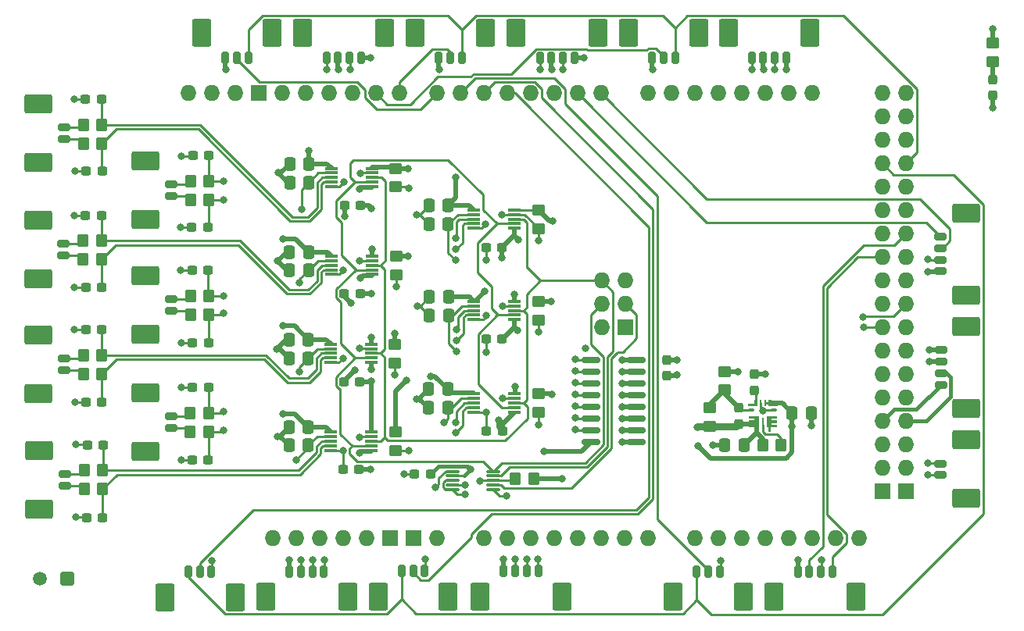
<source format=gtl>
%TF.GenerationSoftware,KiCad,Pcbnew,7.0.7*%
%TF.CreationDate,2024-02-25T13:02:43-05:00*%
%TF.ProjectId,Rover Voltage Sense,526f7665-7220-4566-9f6c-746167652053,rev?*%
%TF.SameCoordinates,Original*%
%TF.FileFunction,Copper,L1,Top*%
%TF.FilePolarity,Positive*%
%FSLAX46Y46*%
G04 Gerber Fmt 4.6, Leading zero omitted, Abs format (unit mm)*
G04 Created by KiCad (PCBNEW 7.0.7) date 2024-02-25 13:02:43*
%MOMM*%
%LPD*%
G01*
G04 APERTURE LIST*
G04 Aperture macros list*
%AMRoundRect*
0 Rectangle with rounded corners*
0 $1 Rounding radius*
0 $2 $3 $4 $5 $6 $7 $8 $9 X,Y pos of 4 corners*
0 Add a 4 corners polygon primitive as box body*
4,1,4,$2,$3,$4,$5,$6,$7,$8,$9,$2,$3,0*
0 Add four circle primitives for the rounded corners*
1,1,$1+$1,$2,$3*
1,1,$1+$1,$4,$5*
1,1,$1+$1,$6,$7*
1,1,$1+$1,$8,$9*
0 Add four rect primitives between the rounded corners*
20,1,$1+$1,$2,$3,$4,$5,0*
20,1,$1+$1,$4,$5,$6,$7,0*
20,1,$1+$1,$6,$7,$8,$9,0*
20,1,$1+$1,$8,$9,$2,$3,0*%
%AMFreePoly0*
4,1,17,0.356036,0.828536,0.357500,0.825000,0.357500,-0.125000,0.356036,-0.128536,0.352500,-0.130000,-0.352500,-0.130000,-0.356036,-0.128536,-0.357500,-0.125000,-0.357500,0.125000,-0.356036,0.128536,-0.352500,0.130000,0.097500,0.130000,0.097500,0.825000,0.098964,0.828536,0.102500,0.830000,0.352500,0.830000,0.356036,0.828536,0.356036,0.828536,$1*%
%AMFreePoly1*
4,1,17,0.356036,0.128536,0.357500,0.125000,0.357500,-0.825000,0.356036,-0.828536,0.352500,-0.830000,0.102500,-0.830000,0.098964,-0.828536,0.097500,-0.825000,0.097500,-0.130000,-0.352500,-0.130000,-0.356036,-0.128536,-0.357500,-0.125000,-0.357500,0.125000,-0.356036,0.128536,-0.352500,0.130000,0.352500,0.130000,0.356036,0.128536,0.356036,0.128536,$1*%
%AMFreePoly2*
4,1,41,0.273536,0.631036,0.275000,0.627500,0.275000,-0.627500,0.273536,-0.631036,0.270000,-0.632500,0.085000,-0.632500,0.085000,-1.072500,0.083536,-1.076036,0.080000,-1.077500,-0.170000,-1.077500,-0.173536,-1.076036,-0.175000,-1.072500,-0.175000,-0.632464,-0.870036,-0.627500,-0.871813,-0.626749,-0.873536,-0.626036,-0.873543,-0.626018,-0.873561,-0.626011,-0.874274,-0.624252,-0.875000,-0.622500,
-0.875000,-0.372500,-0.873536,-0.368964,-0.870000,-0.367500,-0.275000,-0.367500,-0.275000,-0.127500,-0.870000,-0.127500,-0.873536,-0.126036,-0.875000,-0.122500,-0.875000,0.127500,-0.873536,0.131036,-0.870000,0.132500,-0.275000,0.132500,-0.275000,0.372500,-0.870000,0.372500,-0.873536,0.373964,-0.875000,0.377500,-0.875000,0.627500,-0.873536,0.631036,-0.870000,0.632500,0.270000,0.632500,
0.273536,0.631036,0.273536,0.631036,$1*%
%AMFreePoly3*
4,1,41,0.873536,0.631036,0.875000,0.627500,0.875000,0.377500,0.873536,0.373964,0.870000,0.372500,0.275000,0.372500,0.275000,0.132500,0.870000,0.132500,0.873536,0.131036,0.875000,0.127500,0.875000,-0.122500,0.873536,-0.126036,0.870000,-0.127500,0.275000,-0.127500,0.275000,-0.367500,0.870000,-0.367500,0.873536,-0.368964,0.875000,-0.372500,0.875000,-0.622500,0.874274,-0.624252,
0.873561,-0.626011,0.873543,-0.626018,0.873536,-0.626036,0.871813,-0.626749,0.870036,-0.627500,0.175000,-0.632464,0.175000,-1.072500,0.173536,-1.076036,0.170000,-1.077500,-0.080000,-1.077500,-0.083536,-1.076036,-0.085000,-1.072500,-0.085000,-0.632500,-0.270000,-0.632500,-0.273536,-0.631036,-0.275000,-0.627500,-0.275000,0.627500,-0.273536,0.631036,-0.270000,0.632500,0.870000,0.632500,
0.873536,0.631036,0.873536,0.631036,$1*%
G04 Aperture macros list end*
%TA.AperFunction,SMDPad,CuDef*%
%ADD10RoundRect,0.237500X0.237500X-0.287500X0.237500X0.287500X-0.237500X0.287500X-0.237500X-0.287500X0*%
%TD*%
%TA.AperFunction,SMDPad,CuDef*%
%ADD11RoundRect,0.250000X-0.450000X0.350000X-0.450000X-0.350000X0.450000X-0.350000X0.450000X0.350000X0*%
%TD*%
%TA.AperFunction,SMDPad,CuDef*%
%ADD12RoundRect,0.200000X-0.200000X-0.450000X0.200000X-0.450000X0.200000X0.450000X-0.200000X0.450000X0*%
%TD*%
%TA.AperFunction,SMDPad,CuDef*%
%ADD13RoundRect,0.250001X-0.799999X-1.249999X0.799999X-1.249999X0.799999X1.249999X-0.799999X1.249999X0*%
%TD*%
%TA.AperFunction,SMDPad,CuDef*%
%ADD14RoundRect,0.250000X0.337500X0.475000X-0.337500X0.475000X-0.337500X-0.475000X0.337500X-0.475000X0*%
%TD*%
%TA.AperFunction,SMDPad,CuDef*%
%ADD15FreePoly0,270.000000*%
%TD*%
%TA.AperFunction,SMDPad,CuDef*%
%ADD16RoundRect,0.062500X-0.062500X0.237500X-0.062500X-0.237500X0.062500X-0.237500X0.062500X0.237500X0*%
%TD*%
%TA.AperFunction,SMDPad,CuDef*%
%ADD17FreePoly1,270.000000*%
%TD*%
%TA.AperFunction,SMDPad,CuDef*%
%ADD18RoundRect,0.063750X-0.286250X0.063750X-0.286250X-0.063750X0.286250X-0.063750X0.286250X0.063750X0*%
%TD*%
%TA.AperFunction,SMDPad,CuDef*%
%ADD19FreePoly2,0.000000*%
%TD*%
%TA.AperFunction,SMDPad,CuDef*%
%ADD20RoundRect,0.062500X0.062500X-0.662500X0.062500X0.662500X-0.062500X0.662500X-0.062500X-0.662500X0*%
%TD*%
%TA.AperFunction,SMDPad,CuDef*%
%ADD21FreePoly3,0.000000*%
%TD*%
%TA.AperFunction,SMDPad,CuDef*%
%ADD22R,1.400000X0.300000*%
%TD*%
%TA.AperFunction,SMDPad,CuDef*%
%ADD23RoundRect,0.075000X0.650000X0.075000X-0.650000X0.075000X-0.650000X-0.075000X0.650000X-0.075000X0*%
%TD*%
%TA.AperFunction,SMDPad,CuDef*%
%ADD24RoundRect,0.200000X-0.450000X0.200000X-0.450000X-0.200000X0.450000X-0.200000X0.450000X0.200000X0*%
%TD*%
%TA.AperFunction,SMDPad,CuDef*%
%ADD25RoundRect,0.250001X-1.249999X0.799999X-1.249999X-0.799999X1.249999X-0.799999X1.249999X0.799999X0*%
%TD*%
%TA.AperFunction,SMDPad,CuDef*%
%ADD26RoundRect,0.200000X0.200000X0.450000X-0.200000X0.450000X-0.200000X-0.450000X0.200000X-0.450000X0*%
%TD*%
%TA.AperFunction,SMDPad,CuDef*%
%ADD27RoundRect,0.250001X0.799999X1.249999X-0.799999X1.249999X-0.799999X-1.249999X0.799999X-1.249999X0*%
%TD*%
%TA.AperFunction,SMDPad,CuDef*%
%ADD28RoundRect,0.200000X0.450000X-0.200000X0.450000X0.200000X-0.450000X0.200000X-0.450000X-0.200000X0*%
%TD*%
%TA.AperFunction,SMDPad,CuDef*%
%ADD29RoundRect,0.250001X1.249999X-0.799999X1.249999X0.799999X-1.249999X0.799999X-1.249999X-0.799999X0*%
%TD*%
%TA.AperFunction,SMDPad,CuDef*%
%ADD30RoundRect,0.237500X0.300000X0.237500X-0.300000X0.237500X-0.300000X-0.237500X0.300000X-0.237500X0*%
%TD*%
%TA.AperFunction,SMDPad,CuDef*%
%ADD31RoundRect,0.237500X-0.300000X-0.237500X0.300000X-0.237500X0.300000X0.237500X-0.300000X0.237500X0*%
%TD*%
%TA.AperFunction,SMDPad,CuDef*%
%ADD32RoundRect,0.250000X-0.350000X-0.450000X0.350000X-0.450000X0.350000X0.450000X-0.350000X0.450000X0*%
%TD*%
%TA.AperFunction,ComponentPad*%
%ADD33O,1.727200X1.727200*%
%TD*%
%TA.AperFunction,ComponentPad*%
%ADD34R,1.727200X1.727200*%
%TD*%
%TA.AperFunction,SMDPad,CuDef*%
%ADD35RoundRect,0.250000X0.450000X-0.350000X0.450000X0.350000X-0.450000X0.350000X-0.450000X-0.350000X0*%
%TD*%
%TA.AperFunction,ComponentPad*%
%ADD36RoundRect,0.250001X-0.499999X0.499999X-0.499999X-0.499999X0.499999X-0.499999X0.499999X0.499999X0*%
%TD*%
%TA.AperFunction,ComponentPad*%
%ADD37C,1.500000*%
%TD*%
%TA.AperFunction,SMDPad,CuDef*%
%ADD38RoundRect,0.150000X0.825000X0.150000X-0.825000X0.150000X-0.825000X-0.150000X0.825000X-0.150000X0*%
%TD*%
%TA.AperFunction,SMDPad,CuDef*%
%ADD39RoundRect,0.237500X0.237500X-0.300000X0.237500X0.300000X-0.237500X0.300000X-0.237500X-0.300000X0*%
%TD*%
%TA.AperFunction,SMDPad,CuDef*%
%ADD40RoundRect,0.250000X-0.337500X-0.475000X0.337500X-0.475000X0.337500X0.475000X-0.337500X0.475000X0*%
%TD*%
%TA.AperFunction,SMDPad,CuDef*%
%ADD41RoundRect,0.250000X0.350000X0.450000X-0.350000X0.450000X-0.350000X-0.450000X0.350000X-0.450000X0*%
%TD*%
%TA.AperFunction,ViaPad*%
%ADD42C,0.800000*%
%TD*%
%TA.AperFunction,Conductor*%
%ADD43C,0.508000*%
%TD*%
%TA.AperFunction,Conductor*%
%ADD44C,0.250000*%
%TD*%
%TA.AperFunction,Conductor*%
%ADD45C,0.254000*%
%TD*%
%TA.AperFunction,Conductor*%
%ADD46C,0.381000*%
%TD*%
%TA.AperFunction,Conductor*%
%ADD47C,0.762000*%
%TD*%
%TA.AperFunction,Conductor*%
%ADD48C,0.127000*%
%TD*%
G04 APERTURE END LIST*
D10*
%TO.P,D1,1,K*%
%TO.N,GND*%
X139000000Y-28175000D03*
%TO.P,D1,2,A*%
%TO.N,Net-(D1-A)*%
X139000000Y-26425000D03*
%TD*%
D11*
%TO.P,R22,1*%
%TO.N,+5V*%
X139000000Y-22500000D03*
%TO.P,R22,2*%
%TO.N,Net-(D1-A)*%
X139000000Y-24500000D03*
%TD*%
D12*
%TO.P,J8,1,Pin_1*%
%TO.N,/Motor Controller Connectors/DIR_LEFT*%
X51846000Y-79825400D03*
%TO.P,J8,2,Pin_2*%
%TO.N,/Motor Controller Connectors/MOTOR_SP1*%
X53096000Y-79825400D03*
%TO.P,J8,3,Pin_3*%
%TO.N,GND*%
X54346000Y-79825400D03*
D13*
%TO.P,J8,MP*%
%TO.N,N/C*%
X49296000Y-82575400D03*
X56896000Y-82575400D03*
%TD*%
D14*
%TO.P,C41,1*%
%TO.N,+1V8*%
X79949400Y-62057000D03*
%TO.P,C41,2*%
%TO.N,GND*%
X77874400Y-62057000D03*
%TD*%
D15*
%TO.P,U16,1,VIN*%
%TO.N,+5V*%
X114821400Y-61533100D03*
D16*
%TO.P,U16,2,EN*%
X114321400Y-61480600D03*
%TO.P,U16,3,MODE_SYNC*%
%TO.N,GND*%
X113826400Y-61480600D03*
D17*
%TO.P,U16,4,SS_TR*%
%TO.N,Net-(U16-SS_TR)*%
X113326400Y-61533100D03*
D18*
%TO.P,U16,5,FB*%
%TO.N,Net-(U16-FB)*%
X112851400Y-62253100D03*
D19*
%TO.P,U16,6,VOUT*%
%TO.N,+1V8*%
X113371400Y-63508100D03*
D20*
%TO.P,U16,7,PG*%
%TO.N,Net-(U16-PG)*%
X114071400Y-63855600D03*
D21*
%TO.P,U16,8,SW*%
%TO.N,unconnected-(U16-SW-Pad8)*%
X114776400Y-63508100D03*
D18*
%TO.P,U16,9,GND*%
%TO.N,GND*%
X115296400Y-62253100D03*
%TD*%
D22*
%TO.P,U1,1,Vref*%
%TO.N,+5V*%
X67366700Y-36074600D03*
%TO.P,U1,2,AVDD*%
%TO.N,+1V8*%
X67366700Y-36574600D03*
%TO.P,U1,3,Ain+*%
%TO.N,Net-(U1-Ain+)*%
X67366700Y-37074600D03*
%TO.P,U1,4,Ain-*%
%TO.N,Net-(U1-Ain-)*%
X67366700Y-37574600D03*
%TO.P,U1,5,GND*%
%TO.N,GND*%
X67366700Y-38074600D03*
%TO.P,U1,6,SDI*%
%TO.N,+5V*%
X71766700Y-38074600D03*
%TO.P,U1,7,SCLK*%
%TO.N,/CLK*%
X71766700Y-37574600D03*
%TO.P,U1,8,SDO*%
%TO.N,/MISO*%
X71766700Y-37074600D03*
%TO.P,U1,9,CNVST*%
%TO.N,/ADC/CS*%
X71766700Y-36574600D03*
%TO.P,U1,10,DVIO*%
%TO.N,+5V*%
X71766700Y-36074600D03*
%TD*%
D23*
%TO.P,U15,1,CS*%
%TO.N,/Mux/Y7*%
X84887600Y-70926200D03*
%TO.P,U15,2,MOSI*%
%TO.N,/MOSI*%
X84887600Y-70426200D03*
%TO.P,U15,3,ALERT*%
%TO.N,/Vsense/ALERT*%
X84887600Y-69926200D03*
%TO.P,U15,4,MISO*%
%TO.N,/MISO*%
X84887600Y-69426200D03*
%TO.P,U15,5,SCLK*%
%TO.N,/CLK*%
X84887600Y-68926200D03*
%TO.P,U15,6,GND*%
%TO.N,GND*%
X80487600Y-68926200D03*
%TO.P,U15,7,VS*%
%TO.N,+5V*%
X80487600Y-69426200D03*
%TO.P,U15,8,VBUS*%
%TO.N,+BATT*%
X80487600Y-69926200D03*
%TO.P,U15,9,IN-*%
%TO.N,Net-(J22-Pin_2)*%
X80487600Y-70426200D03*
%TO.P,U15,10,IN+*%
%TO.N,+BATT*%
X80487600Y-70926200D03*
%TD*%
D24*
%TO.P,J2,1,Pin_1*%
%TO.N,Net-(J2-Pin_1)*%
X38337400Y-44246800D03*
%TO.P,J2,2,Pin_2*%
%TO.N,Net-(J2-Pin_2)*%
X38337400Y-45496800D03*
D25*
%TO.P,J2,MP*%
%TO.N,N/C*%
X35587400Y-41696800D03*
X35587400Y-48046800D03*
%TD*%
D14*
%TO.P,C38,1*%
%TO.N,+1V8*%
X64816900Y-66121000D03*
%TO.P,C38,2*%
%TO.N,GND*%
X62741900Y-66121000D03*
%TD*%
D24*
%TO.P,J5,1,Pin_1*%
%TO.N,Net-(J5-Pin_1)*%
X49958400Y-37830600D03*
%TO.P,J5,2,Pin_2*%
%TO.N,Net-(J5-Pin_2)*%
X49958400Y-39080600D03*
D25*
%TO.P,J5,MP*%
%TO.N,N/C*%
X47208400Y-35280600D03*
X47208400Y-41630600D03*
%TD*%
D11*
%TO.P,R21,1*%
%TO.N,+5V*%
X89810500Y-60534800D03*
%TO.P,R21,2*%
%TO.N,/ADC6/CS*%
X89810500Y-62534800D03*
%TD*%
D14*
%TO.P,C37,1*%
%TO.N,+1V8*%
X64832500Y-56658000D03*
%TO.P,C37,2*%
%TO.N,GND*%
X62757500Y-56658000D03*
%TD*%
D26*
%TO.P,J13,1,Pin_1*%
%TO.N,/Motor Controller Connectors/DIR_RIGHT*%
X58360000Y-24132000D03*
%TO.P,J13,2,Pin_2*%
%TO.N,/Motor Controller Connectors/MOTOR_SP4*%
X57110000Y-24132000D03*
%TO.P,J13,3,Pin_3*%
%TO.N,GND*%
X55860000Y-24132000D03*
D27*
%TO.P,J13,MP*%
%TO.N,N/C*%
X60910000Y-21382000D03*
X53310000Y-21382000D03*
%TD*%
D28*
%TO.P,J14,1,Pin_1*%
%TO.N,/Diff_Encoder/ENC-A*%
X133370000Y-59543000D03*
%TO.P,J14,2,Pin_2*%
%TO.N,/Diff_Encoder/ENC-B*%
X133370000Y-58293000D03*
%TO.P,J14,3,Pin_3*%
%TO.N,+5V*%
X133370000Y-57043000D03*
%TO.P,J14,4,Pin_4*%
%TO.N,GND*%
X133370000Y-55793000D03*
D29*
%TO.P,J14,MP*%
%TO.N,N/C*%
X136120000Y-62093000D03*
X136120000Y-53243000D03*
%TD*%
D24*
%TO.P,J3,1,Pin_1*%
%TO.N,Net-(J3-Pin_1)*%
X38379400Y-56692800D03*
%TO.P,J3,2,Pin_2*%
%TO.N,Net-(J3-Pin_2)*%
X38379400Y-57942800D03*
D25*
%TO.P,J3,MP*%
%TO.N,N/C*%
X35629400Y-54142800D03*
X35629400Y-60492800D03*
%TD*%
D22*
%TO.P,U9,1,Vref*%
%TO.N,+5V*%
X82733700Y-40579800D03*
%TO.P,U9,2,AVDD*%
%TO.N,+1V8*%
X82733700Y-41079800D03*
%TO.P,U9,3,Ain+*%
%TO.N,Net-(U9-Ain+)*%
X82733700Y-41579800D03*
%TO.P,U9,4,Ain-*%
%TO.N,Net-(U9-Ain-)*%
X82733700Y-42079800D03*
%TO.P,U9,5,GND*%
%TO.N,GND*%
X82733700Y-42579800D03*
%TO.P,U9,6,SDI*%
%TO.N,+5V*%
X87133700Y-42579800D03*
%TO.P,U9,7,SCLK*%
%TO.N,/CLK*%
X87133700Y-42079800D03*
%TO.P,U9,8,SDO*%
%TO.N,/MISO*%
X87133700Y-41579800D03*
%TO.P,U9,9,CNVST*%
%TO.N,/ADC4/CS*%
X87133700Y-41079800D03*
%TO.P,U9,10,DVIO*%
%TO.N,+5V*%
X87133700Y-40579800D03*
%TD*%
D30*
%TO.P,C10,1*%
%TO.N,Net-(U9-Ain-)*%
X53949600Y-42494200D03*
%TO.P,C10,2*%
%TO.N,GND*%
X52224600Y-42494200D03*
%TD*%
D31*
%TO.P,C1,1*%
%TO.N,GND*%
X40696400Y-28605800D03*
%TO.P,C1,2*%
%TO.N,Net-(U1-Ain+)*%
X42421400Y-28605800D03*
%TD*%
D32*
%TO.P,R16,1*%
%TO.N,Net-(J6-Pin_1)*%
X52075500Y-49911000D03*
%TO.P,R16,2*%
%TO.N,Net-(U11-Ain+)*%
X54075500Y-49911000D03*
%TD*%
D14*
%TO.P,C36,1*%
%TO.N,+1V8*%
X64867700Y-47107600D03*
%TO.P,C36,2*%
%TO.N,GND*%
X62792700Y-47107600D03*
%TD*%
D22*
%TO.P,U3,1,Vref*%
%TO.N,+5V*%
X67325700Y-45583600D03*
%TO.P,U3,2,AVDD*%
%TO.N,+1V8*%
X67325700Y-46083600D03*
%TO.P,U3,3,Ain+*%
%TO.N,Net-(U3-Ain+)*%
X67325700Y-46583600D03*
%TO.P,U3,4,Ain-*%
%TO.N,Net-(U3-Ain-)*%
X67325700Y-47083600D03*
%TO.P,U3,5,GND*%
%TO.N,GND*%
X67325700Y-47583600D03*
%TO.P,U3,6,SDI*%
%TO.N,+5V*%
X71725700Y-47583600D03*
%TO.P,U3,7,SCLK*%
%TO.N,/CLK*%
X71725700Y-47083600D03*
%TO.P,U3,8,SDO*%
%TO.N,/MISO*%
X71725700Y-46583600D03*
%TO.P,U3,9,CNVST*%
%TO.N,/ADC1/CS*%
X71725700Y-46083600D03*
%TO.P,U3,10,DVIO*%
%TO.N,+5V*%
X71725700Y-45583600D03*
%TD*%
D32*
%TO.P,R13,1*%
%TO.N,Net-(J5-Pin_1)*%
X52067200Y-37465000D03*
%TO.P,R13,2*%
%TO.N,Net-(U9-Ain+)*%
X54067200Y-37465000D03*
%TD*%
%TO.P,R25,1*%
%TO.N,+1V8*%
X114047800Y-66098900D03*
%TO.P,R25,2*%
%TO.N,Net-(U16-PG)*%
X116047800Y-66098900D03*
%TD*%
D33*
%TO.P,A1,*%
%TO.N,*%
X60960000Y-76200000D03*
%TO.P,A1,3V3,3.3V*%
%TO.N,unconnected-(A1-3.3V-Pad3V3)*%
X68580000Y-76200000D03*
%TO.P,A1,5V1,5V*%
%TO.N,+5V*%
X71120000Y-76200000D03*
%TO.P,A1,5V2,SPI_5V*%
%TO.N,unconnected-(A1-SPI_5V-Pad5V2)*%
X99187000Y-48260000D03*
%TO.P,A1,5V3,5V*%
%TO.N,+5V*%
X127000000Y-27940000D03*
%TO.P,A1,5V4,5V*%
X129540000Y-27940000D03*
%TO.P,A1,A0,A0*%
%TO.N,unconnected-(A1-PadA0)*%
X83820000Y-76200000D03*
%TO.P,A1,A1,A1*%
%TO.N,unconnected-(A1-PadA1)*%
X86360000Y-76200000D03*
%TO.P,A1,A2,A2*%
%TO.N,unconnected-(A1-PadA2)*%
X88900000Y-76200000D03*
%TO.P,A1,A3,A3*%
%TO.N,unconnected-(A1-PadA3)*%
X91440000Y-76200000D03*
%TO.P,A1,A4,A4*%
%TO.N,unconnected-(A1-PadA4)*%
X93980000Y-76200000D03*
%TO.P,A1,A5,A5*%
%TO.N,unconnected-(A1-PadA5)*%
X96520000Y-76200000D03*
%TO.P,A1,A6,A6*%
%TO.N,unconnected-(A1-PadA6)*%
X99060000Y-76200000D03*
%TO.P,A1,A7,A7*%
%TO.N,unconnected-(A1-PadA7)*%
X101600000Y-76200000D03*
%TO.P,A1,A8,A8*%
%TO.N,unconnected-(A1-PadA8)*%
X106680000Y-76200000D03*
%TO.P,A1,A9,A9*%
%TO.N,unconnected-(A1-PadA9)*%
X109220000Y-76200000D03*
%TO.P,A1,A10,A10*%
%TO.N,unconnected-(A1-PadA10)*%
X111760000Y-76200000D03*
%TO.P,A1,A11,A11*%
%TO.N,unconnected-(A1-PadA11)*%
X114300000Y-76200000D03*
%TO.P,A1,A12,A12*%
%TO.N,unconnected-(A1-PadA12)*%
X116840000Y-76200000D03*
%TO.P,A1,A13,A13*%
%TO.N,unconnected-(A1-PadA13)*%
X119380000Y-76200000D03*
%TO.P,A1,A14,A14*%
%TO.N,unconnected-(A1-PadA14)*%
X121920000Y-76200000D03*
%TO.P,A1,A15,A15*%
%TO.N,unconnected-(A1-PadA15)*%
X124460000Y-76200000D03*
%TO.P,A1,AREF,AREF*%
%TO.N,unconnected-(A1-PadAREF)*%
X56896000Y-27940000D03*
%TO.P,A1,D0,D0/RX0*%
%TO.N,/Radio/RX*%
X96520000Y-27940000D03*
%TO.P,A1,D1,D1/TX0*%
%TO.N,/Radio/TX*%
X93980000Y-27940000D03*
%TO.P,A1,D2,D2_INT0*%
%TO.N,/Vsense/ALERT*%
X91440000Y-27940000D03*
%TO.P,A1,D3,D3_INT1*%
%TO.N,unconnected-(A1-D3_INT1-PadD3)*%
X88900000Y-27940000D03*
%TO.P,A1,D4,D4*%
%TO.N,/Motor Controller Connectors/MOTOR_SP1*%
X86360000Y-27940000D03*
%TO.P,A1,D5,D5*%
%TO.N,/Motor Controller Connectors/MOTOR_SP2*%
X83820000Y-27940000D03*
%TO.P,A1,D6,D6*%
%TO.N,/Motor Controller Connectors/MOTOR_SP3*%
X81280000Y-27940000D03*
%TO.P,A1,D7,D7*%
%TO.N,/Motor Controller Connectors/MOTOR_SP4*%
X78740000Y-27940000D03*
%TO.P,A1,D8,D8*%
%TO.N,/Motor Controller Connectors/MOTOR_SP5*%
X74676000Y-27940000D03*
%TO.P,A1,D9,D9*%
%TO.N,/Motor Controller Connectors/MOTOR_SP6*%
X72136000Y-27940000D03*
%TO.P,A1,D10,D10*%
%TO.N,unconnected-(A1-PadD10)*%
X69596000Y-27940000D03*
%TO.P,A1,D11,D11*%
%TO.N,unconnected-(A1-PadD11)*%
X67056000Y-27940000D03*
%TO.P,A1,D12,D12*%
%TO.N,unconnected-(A1-PadD12)*%
X64516000Y-27940000D03*
%TO.P,A1,D13,D13*%
%TO.N,unconnected-(A1-PadD13)*%
X61976000Y-27940000D03*
%TO.P,A1,D14,D14/TX3*%
%TO.N,unconnected-(A1-D14{slash}TX3-PadD14)*%
X101600000Y-27940000D03*
%TO.P,A1,D15,D15/RX3*%
%TO.N,unconnected-(A1-D15{slash}RX3-PadD15)*%
X104140000Y-27940000D03*
%TO.P,A1,D16,D16/TX2*%
%TO.N,unconnected-(A1-D16{slash}TX2-PadD16)*%
X106680000Y-27940000D03*
%TO.P,A1,D17,D17/RX2*%
%TO.N,unconnected-(A1-D17{slash}RX2-PadD17)*%
X109220000Y-27940000D03*
%TO.P,A1,D18,D18/TX1*%
%TO.N,unconnected-(A1-D18{slash}TX1-PadD18)*%
X111760000Y-27940000D03*
%TO.P,A1,D19,D19/RX1*%
%TO.N,unconnected-(A1-D19{slash}RX1-PadD19)*%
X114300000Y-27940000D03*
%TO.P,A1,D20,D20/SDA*%
%TO.N,unconnected-(A1-D20{slash}SDA-PadD20)*%
X116840000Y-27940000D03*
%TO.P,A1,D21,D21/SCL*%
%TO.N,unconnected-(A1-D21{slash}SCL-PadD21)*%
X119380000Y-27940000D03*
%TO.P,A1,D22,D22*%
%TO.N,/Mux/A0*%
X127000000Y-30480000D03*
%TO.P,A1,D23,D23*%
%TO.N,/Mux/A1*%
X129540000Y-30480000D03*
%TO.P,A1,D24,D24*%
%TO.N,/Mux/A2*%
X127000000Y-33020000D03*
%TO.P,A1,D25,D25*%
%TO.N,/Mux/EN*%
X129540000Y-33020000D03*
%TO.P,A1,D26,D26*%
%TO.N,/Motor Controller Connectors/DIR_LEFT*%
X127000000Y-35560000D03*
%TO.P,A1,D27,D27*%
%TO.N,/Motor Controller Connectors/DIR_RIGHT*%
X129540000Y-35560000D03*
%TO.P,A1,D28,D28*%
%TO.N,unconnected-(A1-PadD28)*%
X127000000Y-38100000D03*
%TO.P,A1,D29,D29*%
%TO.N,/Motor Encoders/CHA1*%
X129540000Y-38100000D03*
%TO.P,A1,D30,D30*%
%TO.N,/Motor Encoders/CHB1*%
X127000000Y-40640000D03*
%TO.P,A1,D31,D31*%
%TO.N,/Motor Encoders/CHA2*%
X129540000Y-40640000D03*
%TO.P,A1,D32,D32*%
%TO.N,/Motor Encoders/CHB2*%
X127000000Y-43180000D03*
%TO.P,A1,D33,D33*%
%TO.N,/Motor Encoders/CHA3*%
X129540000Y-43180000D03*
%TO.P,A1,D34,D34*%
%TO.N,/Motor Encoders/CHB3*%
X127000000Y-45720000D03*
%TO.P,A1,D35,D35*%
%TO.N,/Motor Encoders/CHA4*%
X129540000Y-45720000D03*
%TO.P,A1,D36,D36*%
%TO.N,/Motor Encoders/CHB4*%
X127000000Y-48260000D03*
%TO.P,A1,D37,D37*%
%TO.N,/Motor Encoders/CHA5*%
X129540000Y-48260000D03*
%TO.P,A1,D38,D38*%
%TO.N,/Motor Encoders/CHB5*%
X127000000Y-50800000D03*
%TO.P,A1,D39,D39*%
%TO.N,/Motor Encoders/CHA6*%
X129540000Y-50800000D03*
%TO.P,A1,D40,D40*%
%TO.N,/Motor Encoders/CHB6*%
X127000000Y-53340000D03*
%TO.P,A1,D41,D41*%
%TO.N,unconnected-(A1-PadD41)*%
X129540000Y-53340000D03*
%TO.P,A1,D42,D42*%
%TO.N,unconnected-(A1-PadD42)*%
X127000000Y-55880000D03*
%TO.P,A1,D43,D43*%
%TO.N,unconnected-(A1-PadD43)*%
X129540000Y-55880000D03*
%TO.P,A1,D44,D44*%
%TO.N,unconnected-(A1-PadD44)*%
X127000000Y-58420000D03*
%TO.P,A1,D45,D45*%
%TO.N,unconnected-(A1-PadD45)*%
X129540000Y-58420000D03*
%TO.P,A1,D46,D46*%
%TO.N,unconnected-(A1-PadD46)*%
X127000000Y-60960000D03*
%TO.P,A1,D47,D47*%
%TO.N,unconnected-(A1-PadD47)*%
X129540000Y-60960000D03*
%TO.P,A1,D48,D48*%
%TO.N,/Diff_Encoder/ENC-A*%
X127000000Y-63500000D03*
%TO.P,A1,D49,D49*%
%TO.N,/Diff_Encoder/ENC-B*%
X129540000Y-63500000D03*
%TO.P,A1,D50,D50_MISO*%
%TO.N,unconnected-(A1-D50_MISO-PadD50)*%
X127000000Y-66040000D03*
%TO.P,A1,D51,D51_MOSI*%
%TO.N,unconnected-(A1-D51_MOSI-PadD51)*%
X129540000Y-66040000D03*
%TO.P,A1,D52,D52_SCK*%
%TO.N,unconnected-(A1-D52_SCK-PadD52)*%
X127000000Y-68580000D03*
%TO.P,A1,D53,D53_CS*%
%TO.N,unconnected-(A1-D53_CS-PadD53)*%
X129540000Y-68580000D03*
D34*
%TO.P,A1,GND1,GND*%
%TO.N,GND*%
X59436000Y-27940000D03*
%TO.P,A1,GND2,GND*%
X73660000Y-76200000D03*
%TO.P,A1,GND3,GND*%
X76200000Y-76200000D03*
%TO.P,A1,GND4,SPI_GND*%
%TO.N,unconnected-(A1-SPI_GND-PadGND4)*%
X99187000Y-53340000D03*
%TO.P,A1,GND5,GND*%
%TO.N,GND*%
X127000000Y-71120000D03*
%TO.P,A1,GND6,GND*%
X129540000Y-71120000D03*
D33*
%TO.P,A1,IORF,IOREF*%
%TO.N,unconnected-(A1-IOREF-PadIORF)*%
X63500000Y-76200000D03*
%TO.P,A1,MISO,SPI_MISO*%
%TO.N,/MISO*%
X96647000Y-48260000D03*
%TO.P,A1,MOSI,SPI_MOSI*%
%TO.N,/MOSI*%
X99187000Y-50800000D03*
%TO.P,A1,RST1,RESET*%
%TO.N,unconnected-(A1-RESET-PadRST1)*%
X66040000Y-76200000D03*
%TO.P,A1,RST2,SPI_RESET*%
%TO.N,unconnected-(A1-SPI_RESET-PadRST2)*%
X96647000Y-53340000D03*
%TO.P,A1,SCK,SPI_SCK*%
%TO.N,/CLK*%
X96647000Y-50800000D03*
%TO.P,A1,SCL,SCL*%
%TO.N,unconnected-(A1-PadSCL)*%
X51816000Y-27940000D03*
%TO.P,A1,SDA,SDA*%
%TO.N,unconnected-(A1-PadSDA)*%
X54356000Y-27940000D03*
%TO.P,A1,VIN,VIN*%
%TO.N,unconnected-(A1-PadVIN)*%
X78740000Y-76200000D03*
%TD*%
D35*
%TO.P,R27,1*%
%TO.N,Net-(U16-FB)*%
X109967800Y-60088500D03*
%TO.P,R27,2*%
%TO.N,GND*%
X109967800Y-58088500D03*
%TD*%
D31*
%TO.P,C3,1*%
%TO.N,GND*%
X40694200Y-41163400D03*
%TO.P,C3,2*%
%TO.N,Net-(U3-Ain+)*%
X42419200Y-41163400D03*
%TD*%
D36*
%TO.P,J23,1,Pin_1*%
%TO.N,+5V*%
X38740000Y-80600000D03*
D37*
%TO.P,J23,2,Pin_2*%
%TO.N,GND*%
X35740000Y-80600000D03*
%TD*%
D11*
%TO.P,R3,1*%
%TO.N,+5V*%
X74306700Y-36090600D03*
%TO.P,R3,2*%
%TO.N,/ADC/CS*%
X74306700Y-38090600D03*
%TD*%
D31*
%TO.P,C5,1*%
%TO.N,GND*%
X40743800Y-53543200D03*
%TO.P,C5,2*%
%TO.N,Net-(U5-Ain+)*%
X42468800Y-53543200D03*
%TD*%
D22*
%TO.P,U5,1,Vref*%
%TO.N,+5V*%
X67290500Y-55134000D03*
%TO.P,U5,2,AVDD*%
%TO.N,+1V8*%
X67290500Y-55634000D03*
%TO.P,U5,3,Ain+*%
%TO.N,Net-(U5-Ain+)*%
X67290500Y-56134000D03*
%TO.P,U5,4,Ain-*%
%TO.N,Net-(U5-Ain-)*%
X67290500Y-56634000D03*
%TO.P,U5,5,GND*%
%TO.N,GND*%
X67290500Y-57134000D03*
%TO.P,U5,6,SDI*%
%TO.N,+5V*%
X71690500Y-57134000D03*
%TO.P,U5,7,SCLK*%
%TO.N,/CLK*%
X71690500Y-56634000D03*
%TO.P,U5,8,SDO*%
%TO.N,/MISO*%
X71690500Y-56134000D03*
%TO.P,U5,9,CNVST*%
%TO.N,/ADC2/CS*%
X71690500Y-55634000D03*
%TO.P,U5,10,DVIO*%
%TO.N,+5V*%
X71690500Y-55134000D03*
%TD*%
D31*
%TO.P,C13,1*%
%TO.N,GND*%
X52299700Y-59842400D03*
%TO.P,C13,2*%
%TO.N,Net-(U13-Ain+)*%
X54024700Y-59842400D03*
%TD*%
D38*
%TO.P,U17,1,A0*%
%TO.N,/Mux/A0*%
X100406200Y-65709800D03*
%TO.P,U17,2,A1*%
%TO.N,/Mux/A1*%
X100406200Y-64439800D03*
%TO.P,U17,3,A2*%
%TO.N,/Mux/A2*%
X100406200Y-63169800D03*
%TO.P,U17,4,~{E0}*%
%TO.N,GND*%
X100406200Y-61899800D03*
%TO.P,U17,5,~{E1}*%
%TO.N,/Mux/EN*%
X100406200Y-60629800D03*
%TO.P,U17,6,E2*%
%TO.N,+5V*%
X100406200Y-59359800D03*
%TO.P,U17,7,~{Y7}*%
%TO.N,/Mux/Y7*%
X100406200Y-58089800D03*
%TO.P,U17,8,GND*%
%TO.N,GND*%
X100406200Y-56819800D03*
%TO.P,U17,9,~{Y6}*%
%TO.N,/ADC6/CS*%
X95456200Y-56819800D03*
%TO.P,U17,10,~{Y5}*%
%TO.N,/ADC5/CS*%
X95456200Y-58089800D03*
%TO.P,U17,11,~{Y4}*%
%TO.N,/ADC4/CS*%
X95456200Y-59359800D03*
%TO.P,U17,12,~{Y3}*%
%TO.N,/ADC3/CS*%
X95456200Y-60629800D03*
%TO.P,U17,13,~{Y2}*%
%TO.N,/ADC2/CS*%
X95456200Y-61899800D03*
%TO.P,U17,14,~{Y1}*%
%TO.N,/ADC1/CS*%
X95456200Y-63169800D03*
%TO.P,U17,15,~{Y0}*%
%TO.N,/ADC/CS*%
X95456200Y-64439800D03*
%TO.P,U17,16,VCC*%
%TO.N,+5V*%
X95456200Y-65709800D03*
%TD*%
D11*
%TO.P,R12,1*%
%TO.N,+5V*%
X74300900Y-64675000D03*
%TO.P,R12,2*%
%TO.N,/ADC3/CS*%
X74300900Y-66675000D03*
%TD*%
D30*
%TO.P,C23,1*%
%TO.N,+5V*%
X70420500Y-59198000D03*
%TO.P,C23,2*%
%TO.N,GND*%
X68695500Y-59198000D03*
%TD*%
%TO.P,C27,1*%
%TO.N,+5V*%
X85873500Y-64566800D03*
%TO.P,C27,2*%
%TO.N,GND*%
X84148500Y-64566800D03*
%TD*%
%TO.P,C6,1*%
%TO.N,Net-(U5-Ain-)*%
X42493100Y-61442600D03*
%TO.P,C6,2*%
%TO.N,GND*%
X40768100Y-61442600D03*
%TD*%
D14*
%TO.P,C35,1*%
%TO.N,+1V8*%
X64908700Y-37598600D03*
%TO.P,C35,2*%
%TO.N,GND*%
X62833700Y-37598600D03*
%TD*%
D30*
%TO.P,C25,1*%
%TO.N,+5V*%
X85796200Y-44627800D03*
%TO.P,C25,2*%
%TO.N,GND*%
X84071200Y-44627800D03*
%TD*%
D26*
%TO.P,J11,1,Pin_1*%
%TO.N,/Motor Controller Connectors/DIR_RIGHT*%
X104568000Y-24110000D03*
%TO.P,J11,2,Pin_2*%
%TO.N,/Motor Controller Connectors/MOTOR_SP6*%
X103318000Y-24110000D03*
%TO.P,J11,3,Pin_3*%
%TO.N,GND*%
X102068000Y-24110000D03*
D27*
%TO.P,J11,MP*%
%TO.N,N/C*%
X107118000Y-21360000D03*
X99518000Y-21360000D03*
%TD*%
D22*
%TO.P,U13,1,Vref*%
%TO.N,+5V*%
X82784500Y-60518800D03*
%TO.P,U13,2,AVDD*%
%TO.N,+1V8*%
X82784500Y-61018800D03*
%TO.P,U13,3,Ain+*%
%TO.N,Net-(U13-Ain+)*%
X82784500Y-61518800D03*
%TO.P,U13,4,Ain-*%
%TO.N,Net-(U13-Ain-)*%
X82784500Y-62018800D03*
%TO.P,U13,5,GND*%
%TO.N,GND*%
X82784500Y-62518800D03*
%TO.P,U13,6,SDI*%
%TO.N,+5V*%
X87184500Y-62518800D03*
%TO.P,U13,7,SCLK*%
%TO.N,/CLK*%
X87184500Y-62018800D03*
%TO.P,U13,8,SDO*%
%TO.N,/MISO*%
X87184500Y-61518800D03*
%TO.P,U13,9,CNVST*%
%TO.N,/ADC6/CS*%
X87184500Y-61018800D03*
%TO.P,U13,10,DVIO*%
%TO.N,+5V*%
X87184500Y-60518800D03*
%TD*%
D35*
%TO.P,R26,1*%
%TO.N,+1V8*%
X108342200Y-64050900D03*
%TO.P,R26,2*%
%TO.N,Net-(U16-FB)*%
X108342200Y-62050900D03*
%TD*%
D24*
%TO.P,J4,1,Pin_1*%
%TO.N,Net-(J4-Pin_1)*%
X38459000Y-69230400D03*
%TO.P,J4,2,Pin_2*%
%TO.N,Net-(J4-Pin_2)*%
X38459000Y-70480400D03*
D25*
%TO.P,J4,MP*%
%TO.N,N/C*%
X35709000Y-66680400D03*
X35709000Y-73030400D03*
%TD*%
D26*
%TO.P,J19,1,Pin_1*%
%TO.N,+5V*%
X70552000Y-24132000D03*
%TO.P,J19,2,Pin_2*%
%TO.N,/Motor Encoders/CHA4*%
X69302000Y-24132000D03*
%TO.P,J19,3,Pin_3*%
%TO.N,GND*%
X68052000Y-24132000D03*
%TO.P,J19,4,Pin_4*%
%TO.N,/Motor Encoders/CHB4*%
X66802000Y-24132000D03*
D27*
%TO.P,J19,MP*%
%TO.N,N/C*%
X73102000Y-21382000D03*
X64252000Y-21382000D03*
%TD*%
D11*
%TO.P,R6,1*%
%TO.N,+5V*%
X74351700Y-45599600D03*
%TO.P,R6,2*%
%TO.N,/ADC1/CS*%
X74351700Y-47599600D03*
%TD*%
D32*
%TO.P,R17,1*%
%TO.N,Net-(J6-Pin_2)*%
X52075500Y-51947000D03*
%TO.P,R17,2*%
%TO.N,Net-(U11-Ain-)*%
X54075500Y-51947000D03*
%TD*%
D30*
%TO.P,C24,1*%
%TO.N,+5V*%
X70337400Y-68707000D03*
%TO.P,C24,2*%
%TO.N,GND*%
X68612400Y-68707000D03*
%TD*%
D39*
%TO.P,C18,1*%
%TO.N,+1V8*%
X111466400Y-63761000D03*
%TO.P,C18,2*%
%TO.N,Net-(U16-FB)*%
X111466400Y-62036000D03*
%TD*%
D32*
%TO.P,R4,1*%
%TO.N,Net-(J2-Pin_1)*%
X40446800Y-43932000D03*
%TO.P,R4,2*%
%TO.N,Net-(U3-Ain+)*%
X42446800Y-43932000D03*
%TD*%
D31*
%TO.P,C11,1*%
%TO.N,GND*%
X52248900Y-47142400D03*
%TO.P,C11,2*%
%TO.N,Net-(U11-Ain+)*%
X53973900Y-47142400D03*
%TD*%
D32*
%TO.P,R1,1*%
%TO.N,Net-(J1-Pin_1)*%
X40481400Y-31373300D03*
%TO.P,R1,2*%
%TO.N,Net-(U1-Ain+)*%
X42481400Y-31373300D03*
%TD*%
D40*
%TO.P,C32,1*%
%TO.N,GND*%
X77909600Y-40124000D03*
%TO.P,C32,2*%
%TO.N,+5V*%
X79984600Y-40124000D03*
%TD*%
D11*
%TO.P,R18,1*%
%TO.N,+5V*%
X89769500Y-50509800D03*
%TO.P,R18,2*%
%TO.N,/ADC5/CS*%
X89769500Y-52509800D03*
%TD*%
D40*
%TO.P,C16,1*%
%TO.N,+5V*%
X117255200Y-62598400D03*
%TO.P,C16,2*%
%TO.N,GND*%
X119330200Y-62598400D03*
%TD*%
%TO.P,C33,1*%
%TO.N,GND*%
X77960400Y-50038000D03*
%TO.P,C33,2*%
%TO.N,+5V*%
X80035400Y-50038000D03*
%TD*%
D28*
%TO.P,J22,1,Pin_1*%
%TO.N,+BATT*%
X133328000Y-69332000D03*
%TO.P,J22,2,Pin_2*%
%TO.N,Net-(J22-Pin_2)*%
X133328000Y-68082000D03*
D29*
%TO.P,J22,MP*%
%TO.N,N/C*%
X136078000Y-71882000D03*
X136078000Y-65532000D03*
%TD*%
D32*
%TO.P,R5,1*%
%TO.N,Net-(J2-Pin_2)*%
X40446800Y-45938600D03*
%TO.P,R5,2*%
%TO.N,Net-(U3-Ain-)*%
X42446800Y-45938600D03*
%TD*%
D14*
%TO.P,C40,1*%
%TO.N,+1V8*%
X80035400Y-52032000D03*
%TO.P,C40,2*%
%TO.N,GND*%
X77960400Y-52032000D03*
%TD*%
D40*
%TO.P,C28,1*%
%TO.N,GND*%
X62833700Y-35566600D03*
%TO.P,C28,2*%
%TO.N,+5V*%
X64908700Y-35566600D03*
%TD*%
D31*
%TO.P,C9,1*%
%TO.N,GND*%
X52326200Y-34696400D03*
%TO.P,C9,2*%
%TO.N,Net-(U9-Ain+)*%
X54051200Y-34696400D03*
%TD*%
D32*
%TO.P,R2,1*%
%TO.N,Net-(J1-Pin_2)*%
X40481400Y-33405300D03*
%TO.P,R2,2*%
%TO.N,Net-(U1-Ain-)*%
X42481400Y-33405300D03*
%TD*%
D39*
%TO.P,C20,1*%
%TO.N,+5V*%
X103632000Y-58544800D03*
%TO.P,C20,2*%
%TO.N,GND*%
X103632000Y-56819800D03*
%TD*%
D12*
%TO.P,J9,1,Pin_1*%
%TO.N,/Motor Controller Connectors/DIR_LEFT*%
X74950000Y-79734000D03*
%TO.P,J9,2,Pin_2*%
%TO.N,/Motor Controller Connectors/MOTOR_SP2*%
X76200000Y-79734000D03*
%TO.P,J9,3,Pin_3*%
%TO.N,GND*%
X77450000Y-79734000D03*
D13*
%TO.P,J9,MP*%
%TO.N,N/C*%
X72400000Y-82484000D03*
X80000000Y-82484000D03*
%TD*%
D12*
%TO.P,J18,1,Pin_1*%
%TO.N,+5V*%
X117856000Y-79800000D03*
%TO.P,J18,2,Pin_2*%
%TO.N,/Motor Encoders/CHA3*%
X119106000Y-79800000D03*
%TO.P,J18,3,Pin_3*%
%TO.N,GND*%
X120356000Y-79800000D03*
%TO.P,J18,4,Pin_4*%
%TO.N,/Motor Encoders/CHB3*%
X121606000Y-79800000D03*
D13*
%TO.P,J18,MP*%
%TO.N,N/C*%
X115306000Y-82550000D03*
X124156000Y-82550000D03*
%TD*%
D22*
%TO.P,U7,1,Vref*%
%TO.N,+5V*%
X67274900Y-64659000D03*
%TO.P,U7,2,AVDD*%
%TO.N,+1V8*%
X67274900Y-65159000D03*
%TO.P,U7,3,Ain+*%
%TO.N,Net-(U7-Ain+)*%
X67274900Y-65659000D03*
%TO.P,U7,4,Ain-*%
%TO.N,Net-(U7-Ain-)*%
X67274900Y-66159000D03*
%TO.P,U7,5,GND*%
%TO.N,GND*%
X67274900Y-66659000D03*
%TO.P,U7,6,SDI*%
%TO.N,+5V*%
X71674900Y-66659000D03*
%TO.P,U7,7,SCLK*%
%TO.N,/CLK*%
X71674900Y-66159000D03*
%TO.P,U7,8,SDO*%
%TO.N,/MISO*%
X71674900Y-65659000D03*
%TO.P,U7,9,CNVST*%
%TO.N,/ADC3/CS*%
X71674900Y-65159000D03*
%TO.P,U7,10,DVIO*%
%TO.N,+5V*%
X71674900Y-64659000D03*
%TD*%
D30*
%TO.P,C2,1*%
%TO.N,Net-(U1-Ain-)*%
X42521900Y-36362800D03*
%TO.P,C2,2*%
%TO.N,GND*%
X40796900Y-36362800D03*
%TD*%
%TO.P,C14,1*%
%TO.N,Net-(U13-Ain-)*%
X53999300Y-67716400D03*
%TO.P,C14,2*%
%TO.N,GND*%
X52274300Y-67716400D03*
%TD*%
%TO.P,C26,1*%
%TO.N,+5V*%
X85832500Y-54541800D03*
%TO.P,C26,2*%
%TO.N,GND*%
X84107500Y-54541800D03*
%TD*%
D14*
%TO.P,C19,1*%
%TO.N,+1V8*%
X112041200Y-66098900D03*
%TO.P,C19,2*%
%TO.N,GND*%
X109966200Y-66098900D03*
%TD*%
D32*
%TO.P,R10,1*%
%TO.N,Net-(J4-Pin_1)*%
X40568400Y-68814000D03*
%TO.P,R10,2*%
%TO.N,Net-(U7-Ain+)*%
X42568400Y-68814000D03*
%TD*%
D12*
%TO.P,J17,1,Pin_1*%
%TO.N,+5V*%
X86009000Y-79734000D03*
%TO.P,J17,2,Pin_2*%
%TO.N,/Motor Encoders/CHA2*%
X87259000Y-79734000D03*
%TO.P,J17,3,Pin_3*%
%TO.N,GND*%
X88509000Y-79734000D03*
%TO.P,J17,4,Pin_4*%
%TO.N,/Motor Encoders/CHB2*%
X89759000Y-79734000D03*
D13*
%TO.P,J17,MP*%
%TO.N,N/C*%
X83459000Y-82484000D03*
X92309000Y-82484000D03*
%TD*%
D11*
%TO.P,R9,1*%
%TO.N,+5V*%
X74230500Y-55166000D03*
%TO.P,R9,2*%
%TO.N,/ADC2/CS*%
X74230500Y-57166000D03*
%TD*%
D14*
%TO.P,C39,1*%
%TO.N,+1V8*%
X79984600Y-42118000D03*
%TO.P,C39,2*%
%TO.N,GND*%
X77909600Y-42118000D03*
%TD*%
D31*
%TO.P,C7,1*%
%TO.N,GND*%
X40894200Y-66045400D03*
%TO.P,C7,2*%
%TO.N,Net-(U7-Ain+)*%
X42619200Y-66045400D03*
%TD*%
D12*
%TO.P,J10,1,Pin_1*%
%TO.N,/Motor Controller Connectors/DIR_LEFT*%
X106914000Y-79800000D03*
%TO.P,J10,2,Pin_2*%
%TO.N,/Motor Controller Connectors/MOTOR_SP3*%
X108164000Y-79800000D03*
%TO.P,J10,3,Pin_3*%
%TO.N,GND*%
X109414000Y-79800000D03*
D13*
%TO.P,J10,MP*%
%TO.N,N/C*%
X104364000Y-82550000D03*
X111964000Y-82550000D03*
%TD*%
D40*
%TO.P,C30,1*%
%TO.N,GND*%
X62757500Y-54626000D03*
%TO.P,C30,2*%
%TO.N,+5V*%
X64832500Y-54626000D03*
%TD*%
D30*
%TO.P,C22,1*%
%TO.N,+5V*%
X70455700Y-49631600D03*
%TO.P,C22,2*%
%TO.N,GND*%
X68730700Y-49631600D03*
%TD*%
D40*
%TO.P,C34,1*%
%TO.N,GND*%
X77874400Y-60025000D03*
%TO.P,C34,2*%
%TO.N,+5V*%
X79949400Y-60025000D03*
%TD*%
D30*
%TO.P,C12,1*%
%TO.N,Net-(U11-Ain-)*%
X54024700Y-54965600D03*
%TO.P,C12,2*%
%TO.N,GND*%
X52299700Y-54965600D03*
%TD*%
D32*
%TO.P,R7,1*%
%TO.N,Net-(J3-Pin_1)*%
X40471600Y-56311800D03*
%TO.P,R7,2*%
%TO.N,Net-(U5-Ain+)*%
X42471600Y-56311800D03*
%TD*%
D30*
%TO.P,C8,1*%
%TO.N,Net-(U7-Ain-)*%
X42568400Y-73919400D03*
%TO.P,C8,2*%
%TO.N,GND*%
X40843400Y-73919400D03*
%TD*%
D26*
%TO.P,J21,1,Pin_1*%
%TO.N,+5V*%
X116623000Y-24110000D03*
%TO.P,J21,2,Pin_2*%
%TO.N,/Motor Encoders/CHA6*%
X115373000Y-24110000D03*
%TO.P,J21,3,Pin_3*%
%TO.N,GND*%
X114123000Y-24110000D03*
%TO.P,J21,4,Pin_4*%
%TO.N,/Motor Encoders/CHB6*%
X112873000Y-24110000D03*
D27*
%TO.P,J21,MP*%
%TO.N,N/C*%
X119173000Y-21360000D03*
X110323000Y-21360000D03*
%TD*%
D31*
%TO.P,C15,1*%
%TO.N,GND*%
X76353600Y-69250200D03*
%TO.P,C15,2*%
%TO.N,+5V*%
X78078600Y-69250200D03*
%TD*%
D11*
%TO.P,R15,1*%
%TO.N,+5V*%
X89759700Y-40595800D03*
%TO.P,R15,2*%
%TO.N,/ADC4/CS*%
X89759700Y-42595800D03*
%TD*%
D12*
%TO.P,J16,1,Pin_1*%
%TO.N,+5V*%
X62788000Y-79800000D03*
%TO.P,J16,2,Pin_2*%
%TO.N,/Motor Encoders/CHA1*%
X64038000Y-79800000D03*
%TO.P,J16,3,Pin_3*%
%TO.N,GND*%
X65288000Y-79800000D03*
%TO.P,J16,4,Pin_4*%
%TO.N,/Motor Encoders/CHB1*%
X66538000Y-79800000D03*
D13*
%TO.P,J16,MP*%
%TO.N,N/C*%
X60238000Y-82550000D03*
X69088000Y-82550000D03*
%TD*%
D39*
%TO.P,C17,1*%
%TO.N,Net-(U16-SS_TR)*%
X113168200Y-60128800D03*
%TO.P,C17,2*%
%TO.N,GND*%
X113168200Y-58403800D03*
%TD*%
D30*
%TO.P,C21,1*%
%TO.N,+5V*%
X70496700Y-40106600D03*
%TO.P,C21,2*%
%TO.N,GND*%
X68771700Y-40106600D03*
%TD*%
D32*
%TO.P,R14,1*%
%TO.N,Net-(J5-Pin_2)*%
X52076600Y-39471600D03*
%TO.P,R14,2*%
%TO.N,Net-(U9-Ain-)*%
X54076600Y-39471600D03*
%TD*%
%TO.P,R19,1*%
%TO.N,Net-(J7-Pin_1)*%
X52050100Y-62611000D03*
%TO.P,R19,2*%
%TO.N,Net-(U13-Ain+)*%
X54050100Y-62611000D03*
%TD*%
%TO.P,R8,1*%
%TO.N,Net-(J3-Pin_2)*%
X40478200Y-58369200D03*
%TO.P,R8,2*%
%TO.N,Net-(U5-Ain-)*%
X42478200Y-58369200D03*
%TD*%
D40*
%TO.P,C31,1*%
%TO.N,GND*%
X62741900Y-64127000D03*
%TO.P,C31,2*%
%TO.N,+5V*%
X64816900Y-64127000D03*
%TD*%
D32*
%TO.P,R11,1*%
%TO.N,Net-(J4-Pin_2)*%
X40568400Y-70846000D03*
%TO.P,R11,2*%
%TO.N,Net-(U7-Ain-)*%
X42568400Y-70846000D03*
%TD*%
D22*
%TO.P,U11,1,Vref*%
%TO.N,+5V*%
X82784500Y-50485800D03*
%TO.P,U11,2,AVDD*%
%TO.N,+1V8*%
X82784500Y-50985800D03*
%TO.P,U11,3,Ain+*%
%TO.N,Net-(U11-Ain+)*%
X82784500Y-51485800D03*
%TO.P,U11,4,Ain-*%
%TO.N,Net-(U11-Ain-)*%
X82784500Y-51985800D03*
%TO.P,U11,5,GND*%
%TO.N,GND*%
X82784500Y-52485800D03*
%TO.P,U11,6,SDI*%
%TO.N,+5V*%
X87184500Y-52485800D03*
%TO.P,U11,7,SCLK*%
%TO.N,/CLK*%
X87184500Y-51985800D03*
%TO.P,U11,8,SDO*%
%TO.N,/MISO*%
X87184500Y-51485800D03*
%TO.P,U11,9,CNVST*%
%TO.N,/ADC5/CS*%
X87184500Y-50985800D03*
%TO.P,U11,10,DVIO*%
%TO.N,+5V*%
X87184500Y-50485800D03*
%TD*%
D24*
%TO.P,J7,1,Pin_1*%
%TO.N,Net-(J7-Pin_1)*%
X49958400Y-62976600D03*
%TO.P,J7,2,Pin_2*%
%TO.N,Net-(J7-Pin_2)*%
X49958400Y-64226600D03*
D25*
%TO.P,J7,MP*%
%TO.N,N/C*%
X47208400Y-60426600D03*
X47208400Y-66776600D03*
%TD*%
D24*
%TO.P,J1,1,Pin_1*%
%TO.N,Net-(J1-Pin_1)*%
X38357400Y-31663800D03*
%TO.P,J1,2,Pin_2*%
%TO.N,Net-(J1-Pin_2)*%
X38357400Y-32913800D03*
D25*
%TO.P,J1,MP*%
%TO.N,N/C*%
X35607400Y-29113800D03*
X35607400Y-35463800D03*
%TD*%
D28*
%TO.P,J15,1,Pin_1*%
%TO.N,+5V*%
X133304000Y-47244000D03*
%TO.P,J15,2,Pin_2*%
%TO.N,GND*%
X133304000Y-45994000D03*
%TO.P,J15,3,Pin_3*%
%TO.N,/Radio/RX*%
X133304000Y-44744000D03*
%TO.P,J15,4,Pin_4*%
%TO.N,/Radio/TX*%
X133304000Y-43494000D03*
D29*
%TO.P,J15,MP*%
%TO.N,N/C*%
X136054000Y-49794000D03*
X136054000Y-40944000D03*
%TD*%
D40*
%TO.P,C29,1*%
%TO.N,GND*%
X62792700Y-45147600D03*
%TO.P,C29,2*%
%TO.N,+5V*%
X64867700Y-45147600D03*
%TD*%
D30*
%TO.P,C4,1*%
%TO.N,Net-(U3-Ain-)*%
X42472200Y-48961200D03*
%TO.P,C4,2*%
%TO.N,GND*%
X40747200Y-48961200D03*
%TD*%
D26*
%TO.P,J20,1,Pin_1*%
%TO.N,+5V*%
X93666000Y-24132000D03*
%TO.P,J20,2,Pin_2*%
%TO.N,/Motor Encoders/CHA5*%
X92416000Y-24132000D03*
%TO.P,J20,3,Pin_3*%
%TO.N,GND*%
X91166000Y-24132000D03*
%TO.P,J20,4,Pin_4*%
%TO.N,/Motor Encoders/CHB5*%
X89916000Y-24132000D03*
D27*
%TO.P,J20,MP*%
%TO.N,N/C*%
X96216000Y-21382000D03*
X87366000Y-21382000D03*
%TD*%
D24*
%TO.P,J6,1,Pin_1*%
%TO.N,Net-(J6-Pin_1)*%
X49958400Y-50276600D03*
%TO.P,J6,2,Pin_2*%
%TO.N,Net-(J6-Pin_2)*%
X49958400Y-51526600D03*
D25*
%TO.P,J6,MP*%
%TO.N,N/C*%
X47208400Y-47726600D03*
X47208400Y-54076600D03*
%TD*%
D41*
%TO.P,R24,1*%
%TO.N,+5V*%
X89275600Y-69758200D03*
%TO.P,R24,2*%
%TO.N,/Vsense/ALERT*%
X87275600Y-69758200D03*
%TD*%
D32*
%TO.P,R20,1*%
%TO.N,Net-(J7-Pin_2)*%
X52050100Y-64617600D03*
%TO.P,R20,2*%
%TO.N,Net-(U13-Ain-)*%
X54050100Y-64617600D03*
%TD*%
D26*
%TO.P,J12,1,Pin_1*%
%TO.N,/Motor Controller Connectors/DIR_RIGHT*%
X81474000Y-24132000D03*
%TO.P,J12,2,Pin_2*%
%TO.N,/Motor Controller Connectors/MOTOR_SP5*%
X80224000Y-24132000D03*
%TO.P,J12,3,Pin_3*%
%TO.N,GND*%
X78974000Y-24132000D03*
D27*
%TO.P,J12,MP*%
%TO.N,N/C*%
X84024000Y-21382000D03*
X76424000Y-21382000D03*
%TD*%
D42*
%TO.N,+5V*%
X139000000Y-21000000D03*
%TO.N,GND*%
X139000000Y-29500000D03*
%TO.N,/Motor Encoders/CHA1*%
X64033400Y-78550500D03*
%TO.N,/Motor Encoders/CHB1*%
X66548000Y-78562200D03*
%TO.N,/Motor Encoders/CHA2*%
X87249000Y-78486000D03*
%TO.N,/Motor Encoders/CHB2*%
X89738200Y-78484500D03*
%TO.N,/Motor Encoders/CHA4*%
X69342000Y-25381500D03*
%TO.N,/Motor Encoders/CHB4*%
X66802000Y-25381500D03*
%TO.N,/Motor Encoders/CHA5*%
X92430600Y-25400000D03*
%TO.N,/Motor Encoders/CHB5*%
X89916000Y-25400000D03*
%TO.N,/Motor Encoders/CHA6*%
X115392200Y-25374600D03*
X124942600Y-52171600D03*
%TO.N,/Motor Encoders/CHB6*%
X112877600Y-25374600D03*
X124968000Y-53314600D03*
%TO.N,/ADC/CS*%
X70459600Y-36601400D03*
X93726000Y-64389000D03*
X75717400Y-38201600D03*
%TO.N,/ADC1/CS*%
X70426198Y-46075600D03*
X74371200Y-48895000D03*
X93726000Y-63119000D03*
%TO.N,/ADC2/CS*%
X93726000Y-61849000D03*
X74218800Y-58445400D03*
X70358000Y-55626000D03*
%TO.N,/Vsense/ALERT*%
X83439000Y-69977000D03*
X94896164Y-55630938D03*
%TO.N,/ADC3/CS*%
X70358000Y-65278000D03*
X75692000Y-66675000D03*
X93726000Y-60579000D03*
%TO.N,GND*%
X68625202Y-47142400D03*
X108697800Y-66098900D03*
X51054000Y-67716400D03*
X51079400Y-59842400D03*
X109474000Y-78613000D03*
X98831400Y-61950600D03*
X61500000Y-46125000D03*
X131953000Y-45974000D03*
X39471600Y-28600400D03*
X111355800Y-58103900D03*
X76700000Y-51000000D03*
X88519000Y-78486000D03*
X91186000Y-25400000D03*
X55880000Y-25400000D03*
X84100000Y-56000000D03*
X39471600Y-41173400D03*
X120396000Y-78562200D03*
X119330200Y-63995400D03*
X61575000Y-36575000D03*
X84084002Y-51993800D03*
X114173000Y-25400000D03*
X51003200Y-42494200D03*
X39624000Y-73914000D03*
X51079400Y-54965600D03*
X84099400Y-62560200D03*
X68590002Y-56667400D03*
X132080000Y-55753000D03*
X76600000Y-61050000D03*
X78994000Y-25400000D03*
X61400000Y-55650000D03*
X39674800Y-66040000D03*
X84100000Y-46000000D03*
X65278000Y-78536800D03*
X39547800Y-61442600D03*
X69918181Y-57918181D03*
X102108000Y-25400000D03*
X51079400Y-34747200D03*
X75200000Y-69200000D03*
X68072000Y-25400000D03*
X114082600Y-62390500D03*
X77470000Y-78486000D03*
X78600000Y-70700000D03*
X68775000Y-41250000D03*
X39522400Y-53543200D03*
X51028600Y-47142400D03*
X84033202Y-42113200D03*
X98831400Y-56845200D03*
X76600000Y-41100000D03*
X39522400Y-48971200D03*
X68666202Y-37592000D03*
X69500000Y-50700000D03*
X61475000Y-65125000D03*
X114330800Y-58403900D03*
X68580000Y-66700400D03*
X39573200Y-36347400D03*
X104800400Y-56845200D03*
X54356000Y-78613000D03*
%TO.N,+5V*%
X117250000Y-64025000D03*
X91300000Y-41775000D03*
X70450000Y-47975000D03*
X62100000Y-43725000D03*
X70400000Y-38301100D03*
X71550000Y-68725000D03*
X107050000Y-66150000D03*
X71675000Y-49625000D03*
X74225000Y-53950000D03*
X78100000Y-58600000D03*
X91150000Y-50525000D03*
X75675000Y-36100000D03*
X91225000Y-60550000D03*
X86000000Y-78475000D03*
X62800000Y-78525000D03*
X87200000Y-59775000D03*
X131950000Y-47275000D03*
X104800400Y-58496200D03*
X62100000Y-62675000D03*
X87500000Y-53600000D03*
X87550000Y-43825000D03*
X85800000Y-45800000D03*
X87175000Y-49725000D03*
X62075000Y-53150000D03*
X98831400Y-59385200D03*
X71700000Y-40400000D03*
X71700000Y-57875000D03*
X70375000Y-66900000D03*
X64900000Y-34175000D03*
X92300000Y-69750000D03*
X90375000Y-66725000D03*
X85450000Y-63350000D03*
X71725000Y-44825000D03*
X75650000Y-45600000D03*
X75500000Y-59075000D03*
X80826786Y-37023214D03*
X117875000Y-78525000D03*
X132075000Y-57050000D03*
X83975000Y-49450000D03*
X71625000Y-59150000D03*
X94700000Y-24125000D03*
X71675000Y-54375000D03*
X82400000Y-68750000D03*
X71600000Y-24125000D03*
X116625000Y-25400000D03*
%TO.N,+BATT*%
X81838800Y-71433703D03*
X131953000Y-69342000D03*
%TO.N,Net-(J22-Pin_2)*%
X131953000Y-68072000D03*
X81838800Y-70434200D03*
%TO.N,+1V8*%
X63900000Y-48500000D03*
X64100000Y-40500000D03*
X80775000Y-46050000D03*
X63900000Y-58100000D03*
X106950000Y-64125000D03*
X80900000Y-55900000D03*
X63500000Y-67700000D03*
X79550000Y-63650000D03*
%TO.N,Net-(U13-Ain+)*%
X80772000Y-63627000D03*
X55626000Y-62484000D03*
%TO.N,Net-(U13-Ain-)*%
X80772000Y-64770000D03*
X55626000Y-64516000D03*
%TO.N,Net-(U11-Ain+)*%
X55626000Y-49911000D03*
X80899000Y-53594000D03*
%TO.N,Net-(U11-Ain-)*%
X80899000Y-54737000D03*
X55626000Y-51816000D03*
%TO.N,/ADC4/CS*%
X85834198Y-41071800D03*
X89789000Y-43942000D03*
X93726000Y-59309000D03*
%TO.N,Net-(U9-Ain+)*%
X55626000Y-37465000D03*
X80797400Y-43611800D03*
%TO.N,Net-(U9-Ain-)*%
X55626000Y-39497000D03*
X80797400Y-44856400D03*
%TO.N,/ADC5/CS*%
X89789000Y-53848000D03*
X85884998Y-51000187D03*
X93726000Y-58039000D03*
%TO.N,/ADC6/CS*%
X93726000Y-56769000D03*
X89789000Y-63881000D03*
X85852000Y-61018800D03*
%TO.N,/Mux/Y7*%
X86309200Y-71577200D03*
X98831400Y-58115200D03*
%TO.N,/Mux/A0*%
X98831400Y-65760600D03*
%TO.N,/Mux/A1*%
X98831400Y-64490600D03*
%TO.N,/Mux/A2*%
X98831400Y-63195200D03*
%TO.N,/Mux/EN*%
X98831400Y-60680600D03*
%TD*%
D43*
%TO.N,GND*%
X139000000Y-28175000D02*
X139000000Y-29500000D01*
%TO.N,+5V*%
X139000000Y-21000000D02*
X139000000Y-22500000D01*
%TO.N,Net-(D1-A)*%
X139000000Y-24500000D02*
X139000000Y-26425000D01*
D44*
X139000000Y-26300000D02*
X139200000Y-26500000D01*
D45*
%TO.N,/Radio/RX*%
X133539093Y-44744000D02*
X134344500Y-43938593D01*
X134344500Y-43938593D02*
X134344500Y-42625100D01*
X131105300Y-39385900D02*
X107965900Y-39385900D01*
X107965900Y-39385900D02*
X96520000Y-27940000D01*
D46*
X133304000Y-44744000D02*
X133539093Y-44744000D01*
D45*
X134344500Y-42625100D02*
X131105300Y-39385900D01*
%TO.N,/Radio/TX*%
X107965900Y-41925900D02*
X131735900Y-41925900D01*
X93980000Y-27940000D02*
X107965900Y-41925900D01*
X131735900Y-41925900D02*
X133304000Y-43494000D01*
%TO.N,/Motor Controller Connectors/MOTOR_SP1*%
X101708200Y-71773800D02*
X101708200Y-42431963D01*
X53096000Y-79825400D02*
X53096000Y-78844866D01*
X100385000Y-73097000D02*
X101708200Y-71773800D01*
X58843866Y-73097000D02*
X100385000Y-73097000D01*
X87216237Y-27940000D02*
X86360000Y-27940000D01*
X101708200Y-42431963D02*
X87216237Y-27940000D01*
X53096000Y-78844866D02*
X58843866Y-73097000D01*
%TO.N,/Motor Controller Connectors/MOTOR_SP2*%
X102162200Y-40504763D02*
X90090600Y-28433163D01*
X84734400Y-73551000D02*
X100573052Y-73551000D01*
X89393163Y-26749400D02*
X85010600Y-26749400D01*
X85010600Y-26749400D02*
X83820000Y-27940000D01*
X77868291Y-80711000D02*
X82528291Y-76051000D01*
X90090600Y-27446837D02*
X89393163Y-26749400D01*
X82528291Y-75757109D02*
X84734400Y-73551000D01*
X76200000Y-79734000D02*
X76200000Y-79879291D01*
X90090600Y-28433163D02*
X90090600Y-27446837D01*
X100573052Y-73551000D02*
X102162200Y-71961852D01*
X82528291Y-76051000D02*
X82528291Y-75757109D01*
X77031709Y-80711000D02*
X77868291Y-80711000D01*
X76200000Y-79879291D02*
X77031709Y-80711000D01*
X102162200Y-71961852D02*
X102162200Y-40504763D01*
%TO.N,/Motor Controller Connectors/MOTOR_SP3*%
X102616200Y-74106909D02*
X102616200Y-39039999D01*
X92630600Y-29054399D02*
X92630600Y-27446837D01*
X108164000Y-79800000D02*
X108164000Y-79654709D01*
X82924600Y-26295400D02*
X81280000Y-27940000D01*
X102616200Y-39039999D02*
X92630600Y-29054399D01*
X108164000Y-79654709D02*
X102616200Y-74106909D01*
X91479163Y-26295400D02*
X82924600Y-26295400D01*
X92630600Y-27446837D02*
X91479163Y-26295400D01*
%TO.N,/Motor Controller Connectors/MOTOR_SP4*%
X70945400Y-28433163D02*
X72230237Y-29718000D01*
X70104000Y-26746200D02*
X70945400Y-27587600D01*
X76962000Y-29718000D02*
X78740000Y-27940000D01*
X59578909Y-26746200D02*
X70104000Y-26746200D01*
X57110000Y-24132000D02*
X57110000Y-24277291D01*
X57110000Y-24277291D02*
X59578909Y-26746200D01*
X72230237Y-29718000D02*
X76962000Y-29718000D01*
X70945400Y-27587600D02*
X70945400Y-28433163D01*
%TO.N,/Motor Controller Connectors/MOTOR_SP5*%
X80224000Y-23480400D02*
X80224000Y-24132000D01*
X79883000Y-23139400D02*
X80224000Y-23480400D01*
X78255286Y-23139400D02*
X79883000Y-23139400D01*
X74676000Y-27940000D02*
X74676000Y-26718686D01*
X74676000Y-26718686D02*
X78255286Y-23139400D01*
%TO.N,/Motor Controller Connectors/MOTOR_SP6*%
X101573709Y-23209000D02*
X101664183Y-23118526D01*
X102471817Y-23118526D02*
X103318000Y-23964709D01*
X95065600Y-23209000D02*
X101573709Y-23209000D01*
X95011600Y-23155000D02*
X95065600Y-23209000D01*
X82450948Y-26127000D02*
X82736547Y-25841400D01*
X86811309Y-25841400D02*
X89497709Y-23155000D01*
X72136000Y-27940000D02*
X73326600Y-29130600D01*
X101664183Y-23118526D02*
X102471817Y-23118526D01*
X103318000Y-23964709D02*
X103318000Y-24110000D01*
X89497709Y-23155000D02*
X95011600Y-23155000D01*
X78869237Y-26127000D02*
X82450948Y-26127000D01*
X75865637Y-29130600D02*
X78869237Y-26127000D01*
X82736547Y-25841400D02*
X86811309Y-25841400D01*
X73326600Y-29130600D02*
X75865637Y-29130600D01*
%TO.N,/Motor Controller Connectors/DIR_LEFT*%
X127019600Y-84480400D02*
X137947400Y-73552600D01*
X74950000Y-82800001D02*
X76526999Y-84377000D01*
X128244600Y-36804600D02*
X127000000Y-35560000D01*
X134780601Y-36804600D02*
X128244600Y-36804600D01*
X73347601Y-84402400D02*
X74950000Y-82800001D01*
X137947400Y-39971399D02*
X134780601Y-36804600D01*
X106914000Y-82874800D02*
X108519600Y-84480400D01*
X105411800Y-84377000D02*
X106914000Y-82874800D01*
X74950000Y-82800001D02*
X74950000Y-79734000D01*
X106914000Y-82874800D02*
X106914000Y-79800000D01*
X51846000Y-80391401D02*
X55856999Y-84402400D01*
X76526999Y-84377000D02*
X105411800Y-84377000D01*
X108519600Y-84480400D02*
X127019600Y-84480400D01*
X55856999Y-84402400D02*
X73347601Y-84402400D01*
X51846000Y-79825400D02*
X51846000Y-80391401D01*
X137947400Y-73552600D02*
X137947400Y-39971399D01*
D44*
%TO.N,/Motor Controller Connectors/DIR_RIGHT*%
X103228000Y-19535000D02*
X104568000Y-20875000D01*
X81474000Y-21068828D02*
X83007828Y-19535000D01*
X81444628Y-21068828D02*
X81474000Y-21068828D01*
X59871828Y-19557000D02*
X79932800Y-19557000D01*
X81474000Y-24132000D02*
X81474000Y-21068828D01*
X122815935Y-19535000D02*
X130728600Y-27447665D01*
X104568000Y-20875000D02*
X105908000Y-19535000D01*
X58360000Y-21068828D02*
X59871828Y-19557000D01*
X105908000Y-19535000D02*
X122815935Y-19535000D01*
X130728600Y-34371400D02*
X129540000Y-35560000D01*
X58360000Y-24132000D02*
X58360000Y-21068828D01*
X130728600Y-27447665D02*
X130728600Y-34371400D01*
X104568000Y-20875000D02*
X104568000Y-24110000D01*
X79932800Y-19557000D02*
X81444628Y-21068828D01*
X83007828Y-19535000D02*
X103228000Y-19535000D01*
D45*
%TO.N,/Motor Encoders/CHA1*%
X64033400Y-78550500D02*
X64033400Y-79795400D01*
X64033400Y-79795400D02*
X64038000Y-79800000D01*
%TO.N,/Motor Encoders/CHB1*%
X66548000Y-78562200D02*
X66548000Y-79790000D01*
X66548000Y-79790000D02*
X66538000Y-79800000D01*
%TO.N,/Motor Encoders/CHA2*%
X87249000Y-79724000D02*
X87259000Y-79734000D01*
X87249000Y-78486000D02*
X87249000Y-79724000D01*
%TO.N,/Motor Encoders/CHB2*%
X89738200Y-79713200D02*
X89759000Y-79734000D01*
X89738200Y-78484500D02*
X89738200Y-79713200D01*
%TO.N,/Motor Encoders/CHA3*%
X120570600Y-48847400D02*
X124968000Y-44450000D01*
X129540000Y-43180000D02*
X128270000Y-44450000D01*
X128270000Y-44450000D02*
X124968000Y-44450000D01*
X119100600Y-79794600D02*
X119106000Y-79800000D01*
X120570600Y-77092200D02*
X120570600Y-48847400D01*
X119100600Y-78562200D02*
X119100600Y-79794600D01*
X119100600Y-78562200D02*
X120570600Y-77092200D01*
%TO.N,/Motor Encoders/CHB3*%
X121615200Y-78188563D02*
X123110600Y-76693163D01*
X121024600Y-49035452D02*
X124340052Y-45720000D01*
X124340052Y-45720000D02*
X127000000Y-45720000D01*
X123110600Y-75706837D02*
X121024600Y-73620837D01*
X121615200Y-79790800D02*
X121615200Y-78188563D01*
X121606000Y-79800000D02*
X121615200Y-79790800D01*
X123110600Y-76693163D02*
X123110600Y-75706837D01*
X121024600Y-73620837D02*
X121024600Y-49035452D01*
%TO.N,/Motor Encoders/CHA4*%
X69342000Y-25381500D02*
X69342000Y-24172000D01*
X69342000Y-24172000D02*
X69302000Y-24132000D01*
%TO.N,/Motor Encoders/CHB4*%
X66802000Y-25381500D02*
X66802000Y-24132000D01*
%TO.N,/Motor Encoders/CHA5*%
X92430600Y-25400000D02*
X92430600Y-24146600D01*
X92430600Y-24146600D02*
X92416000Y-24132000D01*
%TO.N,/Motor Encoders/CHB5*%
X89916000Y-25400000D02*
X89916000Y-24132000D01*
%TO.N,/Motor Encoders/CHA6*%
X124990200Y-52149400D02*
X124942600Y-52171600D01*
X124942600Y-52171600D02*
X124945800Y-52149400D01*
X115392200Y-25374600D02*
X115392200Y-24129200D01*
X115392200Y-24129200D02*
X115373000Y-24110000D01*
X129540000Y-50800000D02*
X128190600Y-52149400D01*
X128190600Y-52149400D02*
X124990200Y-52149400D01*
X124945800Y-52149400D02*
X124968000Y-52149400D01*
%TO.N,/Motor Encoders/CHB6*%
X112877600Y-24114600D02*
X112873000Y-24110000D01*
X112877600Y-25374600D02*
X112877600Y-24114600D01*
X127000000Y-53340000D02*
X124968000Y-53314600D01*
D46*
%TO.N,/Diff_Encoder/ENC-A*%
X130698900Y-62214100D02*
X133370000Y-59543000D01*
X128285900Y-62214100D02*
X130698900Y-62214100D01*
X127000000Y-63500000D02*
X128285900Y-62214100D01*
%TO.N,/Diff_Encoder/ENC-B*%
X134410500Y-58718500D02*
X133985000Y-58293000D01*
X133985000Y-58293000D02*
X133370000Y-58293000D01*
X129540000Y-63500000D02*
X131757197Y-63500000D01*
X131757197Y-63500000D02*
X134410500Y-60846697D01*
X134410500Y-60846697D02*
X134410500Y-58718500D01*
D44*
%TO.N,/MOSI*%
X98289600Y-56091600D02*
X98399600Y-55981600D01*
X100375600Y-51988600D02*
X99187000Y-50800000D01*
X98922600Y-55981600D02*
X100375600Y-54528600D01*
X86048600Y-70783200D02*
X93313657Y-70783200D01*
X100375600Y-54528600D02*
X100375600Y-51988600D01*
X84887600Y-70426200D02*
X85691600Y-70426200D01*
X97680000Y-66416857D02*
X97680000Y-56717371D01*
X98399600Y-55981600D02*
X98922600Y-55981600D01*
X98289600Y-56107771D02*
X98289600Y-56091600D01*
X85691600Y-70426200D02*
X86048600Y-70783200D01*
X97680000Y-56717371D02*
X98289600Y-56107771D01*
X93313657Y-70783200D02*
X97680000Y-66416857D01*
D45*
%TO.N,Net-(U16-SS_TR)*%
X113326400Y-61533100D02*
X113326400Y-60287000D01*
X113326400Y-60287000D02*
X113168200Y-60128800D01*
D43*
%TO.N,Net-(U16-FB)*%
X109967800Y-60537400D02*
X111466400Y-62036000D01*
D45*
X112851400Y-62253100D02*
X111683500Y-62253100D01*
X111683500Y-62253100D02*
X111466400Y-62036000D01*
D43*
X108342200Y-61714100D02*
X109967800Y-60088500D01*
X109967800Y-60088500D02*
X109967800Y-60537400D01*
X108342200Y-62050900D02*
X108342200Y-61714100D01*
D45*
%TO.N,Net-(J1-Pin_1)*%
X40190900Y-31663800D02*
X40481400Y-31373300D01*
X38357400Y-31663800D02*
X40190900Y-31663800D01*
%TO.N,Net-(J1-Pin_2)*%
X39989900Y-32913800D02*
X40481400Y-33405300D01*
X38357400Y-32913800D02*
X39989900Y-32913800D01*
%TO.N,/ADC/CS*%
X70459600Y-36601400D02*
X70486400Y-36574600D01*
X95456200Y-64439800D02*
X93776800Y-64439800D01*
X74306700Y-38090600D02*
X75606400Y-38090600D01*
X75606400Y-38090600D02*
X75717400Y-38201600D01*
X93776800Y-64439800D02*
X93726000Y-64389000D01*
X70486400Y-36574600D02*
X71766700Y-36574600D01*
%TO.N,Net-(J2-Pin_1)*%
X40132000Y-44246800D02*
X40446800Y-43932000D01*
X38337400Y-44246800D02*
X40132000Y-44246800D01*
%TO.N,Net-(J2-Pin_2)*%
X40005000Y-45496800D02*
X40446800Y-45938600D01*
X38337400Y-45496800D02*
X40005000Y-45496800D01*
%TO.N,/ADC1/CS*%
X74351700Y-47599600D02*
X74351700Y-48875500D01*
X70426198Y-46075600D02*
X71717700Y-46075600D01*
X71717700Y-46075600D02*
X71725700Y-46083600D01*
X95456200Y-63169800D02*
X93776800Y-63169800D01*
X74351700Y-48875500D02*
X74371200Y-48895000D01*
X93776800Y-63169800D02*
X93726000Y-63119000D01*
%TO.N,Net-(J3-Pin_1)*%
X40090600Y-56692800D02*
X40471600Y-56311800D01*
X38379400Y-56692800D02*
X40090600Y-56692800D01*
%TO.N,Net-(J3-Pin_2)*%
X38379400Y-57942800D02*
X40051800Y-57942800D01*
X40051800Y-57942800D02*
X40478200Y-58369200D01*
%TO.N,/ADC2/CS*%
X74230500Y-58433700D02*
X74218800Y-58445400D01*
X71682500Y-55626000D02*
X71690500Y-55634000D01*
X95456200Y-61899800D02*
X93776800Y-61899800D01*
X93776800Y-61899800D02*
X93726000Y-61849000D01*
X74230500Y-57166000D02*
X74230500Y-58433700D01*
X70358000Y-55626000D02*
X71682500Y-55626000D01*
%TO.N,Net-(J4-Pin_1)*%
X38459000Y-69230400D02*
X40152000Y-69230400D01*
X40152000Y-69230400D02*
X40568400Y-68814000D01*
%TO.N,Net-(J4-Pin_2)*%
X40202800Y-70480400D02*
X40568400Y-70846000D01*
X38459000Y-70480400D02*
X40202800Y-70480400D01*
D44*
%TO.N,/Vsense/ALERT*%
X87107600Y-69926200D02*
X87275600Y-69758200D01*
X83489800Y-69926200D02*
X83439000Y-69977000D01*
X84887600Y-69926200D02*
X87107600Y-69926200D01*
X84887600Y-69926200D02*
X83489800Y-69926200D01*
D45*
%TO.N,/ADC3/CS*%
X95456200Y-60629800D02*
X93776800Y-60629800D01*
X70358000Y-65278000D02*
X70477000Y-65159000D01*
X70477000Y-65159000D02*
X71674900Y-65159000D01*
X93776800Y-60629800D02*
X93726000Y-60579000D01*
X74300900Y-66675000D02*
X75692000Y-66675000D01*
%TO.N,Net-(J5-Pin_1)*%
X51701600Y-37830600D02*
X52067200Y-37465000D01*
X49958400Y-37830600D02*
X51701600Y-37830600D01*
%TO.N,GND*%
X84033202Y-42113200D02*
X83566602Y-42579800D01*
X40781500Y-36347400D02*
X40796900Y-36362800D01*
D43*
X78974000Y-24132000D02*
X78974000Y-25380000D01*
X76867400Y-61050000D02*
X77874400Y-62057000D01*
X62757500Y-56658000D02*
X61749500Y-55650000D01*
X68695500Y-59198000D02*
X68695500Y-59140862D01*
X68052000Y-24132000D02*
X68052000Y-25380000D01*
X68695500Y-59140862D02*
X69918181Y-57918181D01*
X91166000Y-24132000D02*
X91166000Y-25380000D01*
D45*
X84099400Y-64517700D02*
X84148500Y-64566800D01*
X67274900Y-66659000D02*
X68538600Y-66659000D01*
D43*
X76600000Y-61050000D02*
X76867400Y-61050000D01*
X68052000Y-25380000D02*
X68072000Y-25400000D01*
D45*
X76700000Y-51000000D02*
X76928400Y-51000000D01*
X131973000Y-45994000D02*
X131953000Y-45974000D01*
X39573200Y-36347400D02*
X40781500Y-36347400D01*
D43*
X119330200Y-62598400D02*
X119330200Y-63995400D01*
X133370000Y-55793000D02*
X132120000Y-55793000D01*
X109966200Y-66098900D02*
X108697800Y-66098900D01*
D45*
X40737200Y-48971200D02*
X40747200Y-48961200D01*
X76600000Y-41100000D02*
X76933600Y-41100000D01*
X39522400Y-53543200D02*
X40743800Y-53543200D01*
D44*
X75200000Y-69200000D02*
X76303400Y-69200000D01*
D45*
X65278000Y-79790000D02*
X65288000Y-79800000D01*
D43*
X62757500Y-54626000D02*
X62424000Y-54626000D01*
D44*
X104775000Y-56819800D02*
X104800400Y-56845200D01*
D45*
X84107500Y-55992500D02*
X84100000Y-56000000D01*
D43*
X62833700Y-37598600D02*
X62598600Y-37598600D01*
X61475000Y-65125000D02*
X61743900Y-65125000D01*
D45*
X51028600Y-47142400D02*
X52248900Y-47142400D01*
X88519000Y-79724000D02*
X88509000Y-79734000D01*
X111340400Y-58088500D02*
X111355800Y-58103900D01*
D43*
X78974000Y-25380000D02*
X78994000Y-25400000D01*
D45*
X54356000Y-78613000D02*
X54356000Y-79815400D01*
X54356000Y-79815400D02*
X54346000Y-79825400D01*
D43*
X68771700Y-40106600D02*
X68771700Y-41246700D01*
X61825300Y-36575000D02*
X62833700Y-35566600D01*
D45*
X68666202Y-37592000D02*
X68183602Y-38074600D01*
X84058000Y-62518800D02*
X84099400Y-62560200D01*
X68538600Y-66659000D02*
X68580000Y-66700400D01*
X82784500Y-62518800D02*
X84058000Y-62518800D01*
D44*
X78941100Y-70358900D02*
X78941100Y-69682015D01*
D45*
X39471600Y-41173400D02*
X40684200Y-41173400D01*
D44*
X100380800Y-56845200D02*
X100406200Y-56819800D01*
D45*
X51079400Y-54965600D02*
X52299700Y-54965600D01*
D43*
X62482600Y-47107600D02*
X61500000Y-46125000D01*
X113168200Y-58403800D02*
X114330700Y-58403800D01*
D44*
X78941100Y-69682015D02*
X79696915Y-68926200D01*
D43*
X62477400Y-45147600D02*
X61500000Y-46125000D01*
D45*
X84099400Y-62560200D02*
X84099400Y-64517700D01*
X84071200Y-45971200D02*
X84100000Y-46000000D01*
D43*
X62598600Y-37598600D02*
X61575000Y-36575000D01*
D45*
X39471600Y-28600400D02*
X40691000Y-28600400D01*
D43*
X98831400Y-56845200D02*
X100380800Y-56845200D01*
D45*
X80487600Y-68926200D02*
X79648621Y-68926200D01*
D43*
X103632000Y-56819800D02*
X104775000Y-56819800D01*
D45*
X40838000Y-73914000D02*
X40843400Y-73919400D01*
X51079400Y-34747200D02*
X52275400Y-34747200D01*
D43*
X61743900Y-65125000D02*
X62741900Y-64127000D01*
D44*
X76303400Y-69200000D02*
X76353600Y-69250200D01*
D45*
X68184002Y-47583600D02*
X67325700Y-47583600D01*
D43*
X114123000Y-25350000D02*
X114173000Y-25400000D01*
X68730700Y-49930700D02*
X69500000Y-50700000D01*
D45*
X39522400Y-48971200D02*
X40737200Y-48971200D01*
X88519000Y-78486000D02*
X88519000Y-79724000D01*
D43*
X98831400Y-61950600D02*
X100355400Y-61950600D01*
X61745900Y-65125000D02*
X62741900Y-66121000D01*
D45*
X40691000Y-28600400D02*
X40696400Y-28605800D01*
X39547800Y-61442600D02*
X40768100Y-61442600D01*
D43*
X61575000Y-36575000D02*
X61825300Y-36575000D01*
D45*
X120396000Y-79760000D02*
X120356000Y-79800000D01*
D43*
X62792700Y-47107600D02*
X62482600Y-47107600D01*
D45*
X65278000Y-78536800D02*
X65278000Y-79790000D01*
X52275400Y-34747200D02*
X52326200Y-34696400D01*
X84071200Y-44627800D02*
X84071200Y-45971200D01*
X68580000Y-68674600D02*
X68612400Y-68707000D01*
D43*
X61749500Y-55650000D02*
X61400000Y-55650000D01*
D45*
X114082600Y-62390500D02*
X114174700Y-62298400D01*
X68590002Y-56667400D02*
X68123402Y-57134000D01*
X77470000Y-78486000D02*
X77470000Y-79714000D01*
X40888800Y-66040000D02*
X40894200Y-66045400D01*
D44*
X82784500Y-52485800D02*
X83784500Y-52485800D01*
D45*
X84107500Y-54541800D02*
X84107500Y-55992500D01*
X40684200Y-41173400D02*
X40694200Y-41163400D01*
D44*
X84084002Y-52186298D02*
X84084002Y-51993800D01*
D43*
X76849400Y-61050000D02*
X77874400Y-60025000D01*
X109967800Y-58088500D02*
X111340400Y-58088500D01*
X102068000Y-25360000D02*
X102108000Y-25400000D01*
D45*
X39624000Y-73914000D02*
X40838000Y-73914000D01*
X76600000Y-41100000D02*
X76891600Y-41100000D01*
X76891600Y-41100000D02*
X77909600Y-42118000D01*
D43*
X68771700Y-41246700D02*
X68775000Y-41250000D01*
X61475000Y-65125000D02*
X61745900Y-65125000D01*
X68730700Y-49631600D02*
X68730700Y-49930700D01*
D45*
X39674800Y-66040000D02*
X40888800Y-66040000D01*
D44*
X78600000Y-70700000D02*
X78941100Y-70358900D01*
X83784500Y-52485800D02*
X84084002Y-52186298D01*
D45*
X109474000Y-78613000D02*
X109474000Y-79740000D01*
D43*
X62424000Y-54626000D02*
X61400000Y-55650000D01*
D45*
X120396000Y-78562200D02*
X120396000Y-79760000D01*
X68625202Y-47142400D02*
X68184002Y-47583600D01*
X114174700Y-62298400D02*
X115296400Y-62298400D01*
X77470000Y-79714000D02*
X77450000Y-79734000D01*
X114082600Y-62390500D02*
X113826400Y-62134300D01*
D43*
X76600000Y-61050000D02*
X76849400Y-61050000D01*
X100355400Y-61950600D02*
X100406200Y-61899800D01*
D44*
X79696915Y-68926200D02*
X80487600Y-68926200D01*
D45*
X76933600Y-41100000D02*
X77909600Y-40124000D01*
X68123402Y-57134000D02*
X67290500Y-57134000D01*
X114330700Y-58403800D02*
X114330800Y-58403900D01*
X132120000Y-55793000D02*
X132080000Y-55753000D01*
X76998400Y-51000000D02*
X77960400Y-50038000D01*
X109474000Y-79740000D02*
X109414000Y-79800000D01*
X113826400Y-62134300D02*
X113826400Y-61480600D01*
X76928400Y-51000000D02*
X77960400Y-52032000D01*
D44*
X55860000Y-25380000D02*
X55880000Y-25400000D01*
D43*
X62792700Y-45147600D02*
X62477400Y-45147600D01*
D45*
X51054000Y-67716400D02*
X52274300Y-67716400D01*
X83566602Y-42579800D02*
X82733700Y-42579800D01*
X133304000Y-45994000D02*
X131973000Y-45994000D01*
X51003200Y-42494200D02*
X52224600Y-42494200D01*
X68183602Y-38074600D02*
X67366700Y-38074600D01*
X68580000Y-66700400D02*
X68580000Y-68674600D01*
D43*
X55860000Y-24132000D02*
X55860000Y-25380000D01*
D45*
X76700000Y-51000000D02*
X76998400Y-51000000D01*
D43*
X102068000Y-24110000D02*
X102068000Y-25360000D01*
X91166000Y-25380000D02*
X91186000Y-25400000D01*
D45*
X51079400Y-59842400D02*
X52299700Y-59842400D01*
D43*
X114123000Y-24110000D02*
X114123000Y-25350000D01*
%TO.N,+5V*%
X62100000Y-62675000D02*
X63364900Y-62675000D01*
X70737400Y-47687600D02*
X71725700Y-47687600D01*
X71725000Y-45479600D02*
X71725700Y-45479600D01*
X90938900Y-41775000D02*
X89759700Y-40595800D01*
X85796200Y-44627800D02*
X85796200Y-45796200D01*
X116621911Y-67500000D02*
X108400000Y-67500000D01*
X74225000Y-53950000D02*
X74225000Y-55160500D01*
X85796200Y-45796200D02*
X85800000Y-45800000D01*
X93666000Y-24132000D02*
X94693000Y-24132000D01*
X71725000Y-44825000D02*
X71725000Y-45479600D01*
X90375000Y-66725000D02*
X94441000Y-66725000D01*
X71625000Y-64555000D02*
X71674900Y-64555000D01*
X98831400Y-59385200D02*
X100380800Y-59385200D01*
D45*
X80487600Y-69426200D02*
X81723800Y-69426200D01*
D43*
X91134800Y-50509800D02*
X91150000Y-50525000D01*
X71690500Y-54390500D02*
X71690500Y-55030000D01*
D46*
X81723800Y-69426200D02*
X82400000Y-68750000D01*
D45*
X89743700Y-40579800D02*
X89759700Y-40595800D01*
D43*
X87133700Y-43290300D02*
X87133700Y-42683800D01*
X85450000Y-64143300D02*
X85873500Y-64566800D01*
X132082000Y-57043000D02*
X132075000Y-57050000D01*
X62800000Y-78525000D02*
X62800000Y-79788000D01*
X82680500Y-50381800D02*
X83043200Y-50381800D01*
X66791900Y-54635400D02*
X67186500Y-55030000D01*
X71700000Y-57238000D02*
X71690500Y-57238000D01*
X92291800Y-69758200D02*
X92300000Y-69750000D01*
X64832500Y-54626000D02*
X64841900Y-54635400D01*
X78524400Y-58600000D02*
X79949400Y-60025000D01*
X91300000Y-41775000D02*
X90938900Y-41775000D01*
X71593000Y-24132000D02*
X71600000Y-24125000D01*
X70400000Y-38301100D02*
X70522500Y-38178600D01*
X70337400Y-68707000D02*
X71532000Y-68707000D01*
X87184500Y-53284500D02*
X87184500Y-52589800D01*
X70420500Y-59198000D02*
X71577000Y-59198000D01*
X131950000Y-47275000D02*
X133273000Y-47275000D01*
X87200000Y-59775000D02*
X87200000Y-60414800D01*
X89275600Y-69758200D02*
X92291800Y-69758200D01*
X85873500Y-63829800D02*
X87080500Y-62622800D01*
X71625000Y-59150000D02*
X71625000Y-64555000D01*
X64900000Y-35557900D02*
X64908700Y-35566600D01*
X82285900Y-40132000D02*
X79992600Y-40132000D01*
X87080500Y-62622800D02*
X87184500Y-62622800D01*
X75665600Y-36090600D02*
X75675000Y-36100000D01*
X64841900Y-54635400D02*
X66791900Y-54635400D01*
X64870100Y-45150000D02*
X66892100Y-45150000D01*
X117255200Y-62598400D02*
X117255200Y-64019800D01*
X62075000Y-53150000D02*
X63356500Y-53150000D01*
X64908700Y-35566600D02*
X64927500Y-35585400D01*
X66892100Y-45150000D02*
X67221700Y-45479600D01*
X67170900Y-64555000D02*
X67274900Y-64555000D01*
X133370000Y-57043000D02*
X132082000Y-57043000D01*
X70375000Y-66900000D02*
X70512000Y-66763000D01*
X62800000Y-79788000D02*
X62788000Y-79800000D01*
X80339200Y-60414800D02*
X82784500Y-60414800D01*
X100380800Y-59385200D02*
X100406200Y-59359800D01*
X70522500Y-38178600D02*
X71766700Y-38178600D01*
D45*
X114768900Y-61480600D02*
X114821400Y-61533100D01*
D43*
X86000000Y-78475000D02*
X86000000Y-79725000D01*
D45*
X114321400Y-61480600D02*
X114768900Y-61480600D01*
D43*
X66776300Y-64160400D02*
X67170900Y-64555000D01*
X63356500Y-53150000D02*
X64832500Y-54626000D01*
X108400000Y-67500000D02*
X107050000Y-66150000D01*
X74306700Y-36090600D02*
X74186700Y-35970600D01*
X83043200Y-50381800D02*
X83975000Y-49450000D01*
X94441000Y-66725000D02*
X95456200Y-65709800D01*
X70552000Y-24132000D02*
X71593000Y-24132000D01*
X66877500Y-35585400D02*
X67262700Y-35970600D01*
X80498500Y-50007800D02*
X82306500Y-50007800D01*
X74300000Y-60275000D02*
X74300000Y-64674100D01*
X117255200Y-64019800D02*
X117250000Y-64025000D01*
X71668400Y-49631600D02*
X71675000Y-49625000D01*
X71675000Y-54375000D02*
X71690500Y-54390500D01*
X67262700Y-35970600D02*
X67366700Y-35970600D01*
D46*
X78078600Y-69250200D02*
X78943100Y-68385700D01*
D43*
X85796200Y-44627800D02*
X87133700Y-43290300D01*
X94693000Y-24132000D02*
X94700000Y-24125000D01*
X87200000Y-60414800D02*
X87184500Y-60414800D01*
X78100000Y-58600000D02*
X78524400Y-58600000D01*
X80826786Y-39281814D02*
X79984600Y-40124000D01*
X75500000Y-59075000D02*
X74300000Y-60275000D01*
X87133700Y-43290300D02*
X87133700Y-43408700D01*
X70512000Y-66763000D02*
X71674900Y-66763000D01*
X87175000Y-49725000D02*
X87175000Y-50381800D01*
X63445100Y-43725000D02*
X64867700Y-45147600D01*
X116623000Y-24110000D02*
X116623000Y-25398000D01*
X87133700Y-43408700D02*
X87550000Y-43825000D01*
X70450000Y-47975000D02*
X70737400Y-47687600D01*
X71700000Y-40400000D02*
X71406600Y-40106600D01*
X117255200Y-62598400D02*
X116189900Y-61533100D01*
X117875000Y-79781000D02*
X117856000Y-79800000D01*
X116189900Y-61533100D02*
X114821400Y-61533100D01*
X67221700Y-45479600D02*
X67325700Y-45479600D01*
X86000000Y-79725000D02*
X86009000Y-79734000D01*
D46*
X82035700Y-68385700D02*
X82400000Y-68750000D01*
D43*
X82285900Y-40132000D02*
X82629700Y-40475800D01*
X79992600Y-40132000D02*
X79984600Y-40124000D01*
X104751800Y-58544800D02*
X104800400Y-58496200D01*
X71532000Y-68707000D02*
X71550000Y-68725000D01*
X117875000Y-78525000D02*
X117875000Y-79781000D01*
X133273000Y-47275000D02*
X133304000Y-47244000D01*
X71700000Y-57875000D02*
X71700000Y-57238000D01*
X63364900Y-62675000D02*
X64816900Y-64127000D01*
X85873500Y-64566800D02*
X85873500Y-63829800D01*
X117250000Y-66871911D02*
X116621911Y-67500000D01*
X87175000Y-50381800D02*
X87184500Y-50381800D01*
X70455700Y-49631600D02*
X71668400Y-49631600D01*
X66776300Y-64160400D02*
X64850300Y-64160400D01*
X80826786Y-37023214D02*
X80826786Y-39281814D01*
X74352100Y-45600000D02*
X74351700Y-45599600D01*
X85450000Y-63350000D02*
X85450000Y-64143300D01*
X74225000Y-55160500D02*
X74230500Y-55166000D01*
X71406600Y-40106600D02*
X70496700Y-40106600D01*
X71577000Y-59198000D02*
X71625000Y-59150000D01*
X74186700Y-35970600D02*
X71766700Y-35970600D01*
D46*
X78943100Y-68385700D02*
X82035700Y-68385700D01*
D43*
X87500000Y-53600000D02*
X87184500Y-53284500D01*
X82629700Y-40475800D02*
X82733700Y-40475800D01*
X64927500Y-35585400D02*
X66877500Y-35585400D01*
X87184500Y-53284500D02*
X85927200Y-54541800D01*
X74306700Y-36090600D02*
X75665600Y-36090600D01*
X67186500Y-55030000D02*
X67290500Y-55030000D01*
X79949400Y-60025000D02*
X80339200Y-60414800D01*
X64867700Y-45147600D02*
X64870100Y-45150000D01*
X91209800Y-60534800D02*
X91225000Y-60550000D01*
X62100000Y-43725000D02*
X63445100Y-43725000D01*
X89810500Y-60534800D02*
X91209800Y-60534800D01*
D45*
X87133700Y-40579800D02*
X89743700Y-40579800D01*
D43*
X64900000Y-34175000D02*
X64900000Y-35557900D01*
X117250000Y-64025000D02*
X117250000Y-66871911D01*
X89769500Y-50509800D02*
X91134800Y-50509800D01*
X82306500Y-50007800D02*
X82680500Y-50381800D01*
X74300000Y-64674100D02*
X74300900Y-64675000D01*
X103632000Y-58544800D02*
X104751800Y-58544800D01*
X116623000Y-25398000D02*
X116625000Y-25400000D01*
X64850300Y-64160400D02*
X64816900Y-64127000D01*
X75650000Y-45600000D02*
X74352100Y-45600000D01*
X85927200Y-54541800D02*
X85832500Y-54541800D01*
D45*
%TO.N,+BATT*%
X131953000Y-69342000D02*
X133318000Y-69342000D01*
D44*
X80995103Y-71433703D02*
X81838800Y-71433703D01*
X79437600Y-70674600D02*
X79689200Y-70926200D01*
X80487600Y-70926200D02*
X80995103Y-71433703D01*
D45*
X133318000Y-69342000D02*
X133328000Y-69332000D01*
D44*
X79689200Y-70926200D02*
X80487600Y-70926200D01*
X80487600Y-69926200D02*
X79696915Y-69926200D01*
X79696915Y-69926200D02*
X79437600Y-70185515D01*
X79437600Y-70185515D02*
X79437600Y-70674600D01*
D43*
%TO.N,Net-(J22-Pin_2)*%
X133318000Y-68072000D02*
X133328000Y-68082000D01*
D45*
X131953000Y-68072000D02*
X133318000Y-68072000D01*
X81830800Y-70426200D02*
X81838800Y-70434200D01*
X80487600Y-70426200D02*
X81830800Y-70426200D01*
%TO.N,+1V8*%
X80498500Y-52001800D02*
X81514500Y-50985800D01*
X81514500Y-50985800D02*
X82784500Y-50985800D01*
X80035400Y-52032000D02*
X80035400Y-55081139D01*
X63900000Y-48075300D02*
X64867700Y-47107600D01*
X80412500Y-62026800D02*
X81420500Y-61018800D01*
X65891700Y-46083600D02*
X67325700Y-46083600D01*
D43*
X113371400Y-64762100D02*
X113371400Y-63508100D01*
X112041200Y-66098900D02*
X113371400Y-64768700D01*
D45*
X79949400Y-62057000D02*
X79949400Y-63250600D01*
X64100000Y-40500000D02*
X64100000Y-38407300D01*
X64816900Y-66121000D02*
X64816900Y-66383100D01*
X64100000Y-38407300D02*
X64908700Y-37598600D01*
D44*
X113118500Y-63761000D02*
X113371400Y-63508100D01*
D45*
X79984600Y-42118000D02*
X79984600Y-45259600D01*
X63900000Y-58100000D02*
X63900000Y-57590500D01*
D47*
X106950000Y-64125000D02*
X107024100Y-64050900D01*
D43*
X114047800Y-65438500D02*
X113371400Y-64762100D01*
D45*
X64908700Y-37598600D02*
X65932700Y-36574600D01*
D47*
X111176500Y-64050900D02*
X111466400Y-63761000D01*
D43*
X80854261Y-55900000D02*
X80900000Y-55900000D01*
X111466400Y-63761000D02*
X113118500Y-63761000D01*
D45*
X64867700Y-47107600D02*
X65891700Y-46083600D01*
X79984600Y-45259600D02*
X80775000Y-46050000D01*
X79984600Y-42118000D02*
X81022800Y-41079800D01*
X65856500Y-55634000D02*
X67290500Y-55634000D01*
X64816900Y-66383100D02*
X63500000Y-67700000D01*
X81022800Y-41079800D02*
X82733700Y-41079800D01*
D47*
X108342200Y-64050900D02*
X111176500Y-64050900D01*
X107024100Y-64050900D02*
X108342200Y-64050900D01*
D45*
X80035400Y-55081139D02*
X80854261Y-55900000D01*
X65932700Y-36574600D02*
X67366700Y-36574600D01*
D44*
X113371400Y-64768700D02*
X113371400Y-63508100D01*
D45*
X63900000Y-48500000D02*
X63900000Y-48075300D01*
X63900000Y-57590500D02*
X64832500Y-56658000D01*
X64832500Y-56658000D02*
X65856500Y-55634000D01*
X64816900Y-66121000D02*
X65778900Y-65159000D01*
X81420500Y-61018800D02*
X82784500Y-61018800D01*
D44*
X114047800Y-66098900D02*
X114047800Y-65438500D01*
D45*
X79949400Y-63250600D02*
X79550000Y-63650000D01*
X65778900Y-65159000D02*
X67274900Y-65159000D01*
%TO.N,Net-(U13-Ain+)*%
X54024700Y-62585600D02*
X54050100Y-62611000D01*
X54024700Y-59842400D02*
X54024700Y-62585600D01*
X80863900Y-62435400D02*
X80863900Y-63535100D01*
X80863900Y-63535100D02*
X80772000Y-63627000D01*
X54050100Y-62611000D02*
X55499000Y-62611000D01*
X55499000Y-62611000D02*
X55626000Y-62484000D01*
X81780500Y-61518800D02*
X80863900Y-62435400D01*
X82784500Y-61518800D02*
X81780500Y-61518800D01*
%TO.N,Net-(U13-Ain-)*%
X81922552Y-62018800D02*
X82784500Y-62018800D01*
X54050100Y-67665600D02*
X53999300Y-67716400D01*
X81534000Y-64008000D02*
X81534000Y-62407352D01*
X54050100Y-64617600D02*
X55524400Y-64617600D01*
X80772000Y-64770000D02*
X81534000Y-64008000D01*
X55524400Y-64617600D02*
X55626000Y-64516000D01*
X81534000Y-62407352D02*
X81922552Y-62018800D01*
X54050100Y-64617600D02*
X54050100Y-67665600D01*
%TO.N,/CLK*%
X85283376Y-42079800D02*
X87133700Y-42079800D01*
D44*
X96774000Y-56489600D02*
X96774000Y-56718200D01*
D45*
X68301900Y-64869900D02*
X68301900Y-60000000D01*
D44*
X95458400Y-55174000D02*
X96774000Y-56489600D01*
D45*
X86180500Y-51985800D02*
X87184500Y-51985800D01*
X70174934Y-56634000D02*
X71690500Y-56634000D01*
X69307000Y-67032000D02*
X69307000Y-66443000D01*
X68478400Y-45516800D02*
X68478400Y-41981534D01*
X84887600Y-68926200D02*
X83786400Y-67825000D01*
X70045200Y-47083600D02*
X68478400Y-45516800D01*
X84709000Y-48859000D02*
X84709000Y-51308000D01*
X67831000Y-59669324D02*
X67831000Y-58726676D01*
X67831000Y-58726676D02*
X69923676Y-56634000D01*
X67866200Y-49151600D02*
X69934200Y-47083600D01*
X68161676Y-60000000D02*
X67831000Y-59669324D01*
D44*
X95458400Y-51988600D02*
X95458400Y-55174000D01*
D45*
X69713000Y-35163600D02*
X79994600Y-35163600D01*
X67868800Y-41371934D02*
X67868800Y-39598600D01*
X68301900Y-60000000D02*
X68161676Y-60000000D01*
X69591000Y-66159000D02*
X71674900Y-66159000D01*
X69892800Y-56634000D02*
X68376800Y-55118000D01*
X83769200Y-40565624D02*
X85283376Y-42079800D01*
X69892800Y-37574600D02*
X69969000Y-37574600D01*
X85788500Y-62018800D02*
X83243000Y-59473300D01*
X67868800Y-39598600D02*
X69892800Y-37574600D01*
X85818000Y-67995800D02*
X84887600Y-68926200D01*
X83243000Y-59473300D02*
X83243000Y-54070476D01*
X69388977Y-35487623D02*
X69713000Y-35163600D01*
X83769200Y-38938200D02*
X83769200Y-40565624D01*
X70100000Y-67825000D02*
X69307000Y-67032000D01*
X69591000Y-66159000D02*
X68301900Y-64869900D01*
X83206700Y-44156476D02*
X83206700Y-47356700D01*
X68376800Y-55118000D02*
X68376800Y-50613524D01*
X69307000Y-66443000D02*
X69591000Y-66159000D01*
X69934200Y-47083600D02*
X71725700Y-47083600D01*
X69883400Y-37574600D02*
X69388977Y-37080177D01*
X68478400Y-41981534D02*
X67868800Y-41371934D01*
X83206700Y-47356700D02*
X84709000Y-48859000D01*
D44*
X96647000Y-50800000D02*
X95458400Y-51988600D01*
D45*
X69969000Y-37574600D02*
X71766700Y-37574600D01*
X69923676Y-56634000D02*
X70174934Y-56634000D01*
X94819780Y-67995800D02*
X85818000Y-67995800D01*
X70174934Y-56634000D02*
X69892800Y-56634000D01*
X87184500Y-62018800D02*
X85788500Y-62018800D01*
X67866200Y-50102924D02*
X67866200Y-49151600D01*
X85327676Y-51985800D02*
X86180500Y-51985800D01*
X96774000Y-66041580D02*
X94819780Y-67995800D01*
X83786400Y-67825000D02*
X70100000Y-67825000D01*
X96774000Y-56718200D02*
X96774000Y-66041580D01*
X68376800Y-50613524D02*
X67866200Y-50102924D01*
X83243000Y-54070476D02*
X85327676Y-51985800D01*
X84709000Y-51308000D02*
X85386800Y-51985800D01*
X85386800Y-51985800D02*
X86180500Y-51985800D01*
X69388977Y-37080177D02*
X69388977Y-35487623D01*
X69969000Y-37574600D02*
X69883400Y-37574600D01*
X79994600Y-35163600D02*
X83769200Y-38938200D01*
X85283376Y-42079800D02*
X83206700Y-44156476D01*
%TO.N,/MISO*%
X95007832Y-68449800D02*
X86657514Y-68449800D01*
X88569800Y-61899800D02*
X88569800Y-63206324D01*
X88188500Y-61518800D02*
X88211500Y-61541800D01*
X96647000Y-48260000D02*
X89992200Y-48260000D01*
D44*
X72674900Y-65659000D02*
X71674900Y-65659000D01*
D45*
X88137700Y-41579800D02*
X88544400Y-41986500D01*
X88137700Y-41579800D02*
X87133700Y-41579800D01*
X89992200Y-48260000D02*
X88544400Y-49707800D01*
X88188500Y-51485800D02*
X88544400Y-51841700D01*
D44*
X72644000Y-46583600D02*
X71725700Y-46583600D01*
D45*
X96647000Y-48260000D02*
X97837600Y-49450600D01*
D44*
X73202800Y-46024800D02*
X72644000Y-46583600D01*
D45*
X97228000Y-66229633D02*
X95007832Y-68449800D01*
D44*
X73101200Y-55676800D02*
X72644000Y-56134000D01*
X72644000Y-46583600D02*
X73101200Y-47040800D01*
D45*
X86657514Y-68449800D02*
X85681114Y-69426200D01*
X88211500Y-61541800D02*
X88211800Y-61541800D01*
X88188500Y-61518800D02*
X87184500Y-61518800D01*
X85681114Y-69426200D02*
X84887600Y-69426200D01*
X86174124Y-65602000D02*
X73419700Y-65602000D01*
D44*
X73202800Y-37510700D02*
X73202800Y-46024800D01*
X71766700Y-37074600D02*
X72766700Y-37074600D01*
D45*
X88544400Y-41986500D02*
X88544400Y-46863000D01*
X88544400Y-51129900D02*
X88188500Y-51485800D01*
D44*
X73101200Y-47040800D02*
X73101200Y-55676800D01*
D45*
X88569800Y-63206324D02*
X86174124Y-65602000D01*
X97837600Y-49450600D02*
X97837600Y-55920547D01*
X88544400Y-51841700D02*
X88544400Y-61162900D01*
D44*
X72644000Y-56134000D02*
X73075800Y-56565800D01*
X73075800Y-56565800D02*
X73075800Y-65258100D01*
X73075800Y-65258100D02*
X72674900Y-65659000D01*
D45*
X88211800Y-61541800D02*
X88569800Y-61899800D01*
X88544400Y-49707800D02*
X88544400Y-51129900D01*
D44*
X72766700Y-37074600D02*
X73202800Y-37510700D01*
D45*
X88595200Y-46863000D02*
X88544400Y-46863000D01*
X88544400Y-61162900D02*
X88188500Y-61518800D01*
X89992200Y-48260000D02*
X88595200Y-46863000D01*
X73419700Y-65602000D02*
X73075800Y-65258100D01*
D44*
X72644000Y-56134000D02*
X71690500Y-56134000D01*
D45*
X97837600Y-55920547D02*
X97228000Y-56530147D01*
X97228000Y-56530147D02*
X97228000Y-66229633D01*
X88188500Y-51485800D02*
X87184500Y-51485800D01*
%TO.N,Net-(J5-Pin_2)*%
X51685600Y-39080600D02*
X52076600Y-39471600D01*
X49958400Y-39080600D02*
X51685600Y-39080600D01*
%TO.N,Net-(U11-Ain+)*%
X54075500Y-49911000D02*
X55626000Y-49911000D01*
X81780500Y-51485800D02*
X81026000Y-52240300D01*
X53973900Y-47142400D02*
X53973900Y-49809400D01*
X53973900Y-49809400D02*
X54075500Y-49911000D01*
X82784500Y-51485800D02*
X81780500Y-51485800D01*
X81026000Y-53467000D02*
X80899000Y-53594000D01*
X81026000Y-52240300D02*
X81026000Y-53467000D01*
%TO.N,Net-(U11-Ain-)*%
X81945552Y-51962800D02*
X81626000Y-52282352D01*
X54025800Y-51996700D02*
X54025800Y-54964500D01*
X81626000Y-52282352D02*
X81626000Y-54010000D01*
X54075500Y-51947000D02*
X54025800Y-51996700D01*
X82784500Y-51985800D02*
X82761500Y-51962800D01*
X54025800Y-54964500D02*
X54024700Y-54965600D01*
X54075500Y-51947000D02*
X55495000Y-51947000D01*
X82761500Y-51962800D02*
X81945552Y-51962800D01*
X81626000Y-54010000D02*
X80899000Y-54737000D01*
X55495000Y-51947000D02*
X55626000Y-51816000D01*
%TO.N,/ADC4/CS*%
X87133700Y-41079800D02*
X88279752Y-41079800D01*
X93776800Y-59359800D02*
X93726000Y-59309000D01*
X89759700Y-42595800D02*
X89759700Y-43912700D01*
X88279752Y-41079800D02*
X89759700Y-42559748D01*
X89759700Y-43912700D02*
X89789000Y-43942000D01*
X89759700Y-42559748D02*
X89759700Y-42595800D01*
X87133700Y-41079800D02*
X85842198Y-41079800D01*
X95456200Y-59359800D02*
X93776800Y-59359800D01*
X85842198Y-41079800D02*
X85834198Y-41071800D01*
%TO.N,Net-(U9-Ain+)*%
X54067200Y-37465000D02*
X55626000Y-37465000D01*
X80899100Y-43510100D02*
X80899100Y-41859200D01*
X81178500Y-41579800D02*
X82733700Y-41579800D01*
X54051200Y-37449000D02*
X54067200Y-37465000D01*
X80797400Y-43611800D02*
X80899100Y-43510100D01*
X80899100Y-41859200D02*
X81178500Y-41579800D01*
X54051200Y-34696400D02*
X54051200Y-37449000D01*
%TO.N,Net-(U9-Ain-)*%
X54076600Y-39471600D02*
X54076600Y-42367200D01*
X54076600Y-39471600D02*
X55600600Y-39471600D01*
X55600600Y-39471600D02*
X55626000Y-39497000D01*
X81729700Y-42079800D02*
X82733700Y-42079800D01*
X80797400Y-44856400D02*
X81534000Y-44119800D01*
X81534000Y-42275500D02*
X81729700Y-42079800D01*
X81534000Y-44119800D02*
X81534000Y-42275500D01*
X54076600Y-42367200D02*
X53949600Y-42494200D01*
%TO.N,Net-(J6-Pin_1)*%
X51709900Y-50276600D02*
X52075500Y-49911000D01*
X49958400Y-50276600D02*
X51709900Y-50276600D01*
%TO.N,Net-(U7-Ain+)*%
X66293900Y-65636000D02*
X65731400Y-66198500D01*
X67297900Y-65636000D02*
X66293900Y-65636000D01*
X63752401Y-68814000D02*
X42568400Y-68814000D01*
X42619200Y-66045400D02*
X42619200Y-68763200D01*
X67274900Y-65659000D02*
X67297900Y-65636000D01*
X65731400Y-66198500D02*
X65731400Y-66835001D01*
X42619200Y-68763200D02*
X42568400Y-68814000D01*
X65731400Y-66835001D02*
X63752401Y-68814000D01*
%TO.N,Net-(U7-Ain-)*%
X42568400Y-70846000D02*
X42568400Y-73919400D01*
X63940453Y-69268000D02*
X44146400Y-69268000D01*
X67274900Y-66159000D02*
X66412952Y-66159000D01*
X66185400Y-67023053D02*
X63940453Y-69268000D01*
X66412952Y-66159000D02*
X66185400Y-66386552D01*
X66185400Y-66386552D02*
X66185400Y-67023053D01*
X44146400Y-69268000D02*
X42568400Y-70846000D01*
%TO.N,Net-(J6-Pin_2)*%
X49958400Y-51526600D02*
X51655100Y-51526600D01*
X51655100Y-51526600D02*
X52075500Y-51947000D01*
%TO.N,Net-(U1-Ain+)*%
X42421400Y-31313300D02*
X42481400Y-31373300D01*
X64811948Y-41346000D02*
X63088052Y-41346000D01*
X65823200Y-40334748D02*
X64811948Y-41346000D01*
X65823200Y-37614100D02*
X65823200Y-40334748D01*
X66362700Y-37074600D02*
X65823200Y-37614100D01*
X63088052Y-41346000D02*
X53115352Y-31373300D01*
X53115352Y-31373300D02*
X42481400Y-31373300D01*
X67366700Y-37074600D02*
X66362700Y-37074600D01*
X42421400Y-28605800D02*
X42421400Y-31313300D01*
%TO.N,Net-(U1-Ain-)*%
X65000000Y-41800000D02*
X62900000Y-41800000D01*
X42481400Y-36322300D02*
X42521900Y-36362800D01*
X66504752Y-37574600D02*
X66277200Y-37802152D01*
X52927300Y-31827300D02*
X44059400Y-31827300D01*
X66277200Y-37802152D02*
X66277200Y-40522800D01*
X67366700Y-37574600D02*
X66504752Y-37574600D01*
X42481400Y-33405300D02*
X42481400Y-36322300D01*
X66277200Y-40522800D02*
X65000000Y-41800000D01*
X62900000Y-41800000D02*
X52927300Y-31827300D01*
X44059400Y-31827300D02*
X42481400Y-33405300D01*
%TO.N,/ADC5/CS*%
X85899385Y-50985800D02*
X85884998Y-51000187D01*
X95456200Y-58089800D02*
X93776800Y-58089800D01*
X93776800Y-58089800D02*
X93726000Y-58039000D01*
X89769500Y-52509800D02*
X89769500Y-53828500D01*
X87184500Y-50985800D02*
X85899385Y-50985800D01*
X89769500Y-53828500D02*
X89789000Y-53848000D01*
%TO.N,Net-(U5-Ain+)*%
X64811948Y-58846000D02*
X62788052Y-58846000D01*
X67290500Y-56134000D02*
X66286500Y-56134000D01*
X42471600Y-53546000D02*
X42468800Y-53543200D01*
X65747000Y-57910948D02*
X64811948Y-58846000D01*
X62788052Y-58846000D02*
X60253852Y-56311800D01*
X60253852Y-56311800D02*
X42471600Y-56311800D01*
X65747000Y-56673500D02*
X65747000Y-57910948D01*
X42471600Y-56311800D02*
X42471600Y-53546000D01*
X66286500Y-56134000D02*
X65747000Y-56673500D01*
%TO.N,Net-(U5-Ain-)*%
X66454400Y-56634000D02*
X66201000Y-56887400D01*
X62600000Y-59300000D02*
X60065800Y-56765800D01*
X66201000Y-56887400D02*
X66201000Y-58099000D01*
X44081600Y-56765800D02*
X42478200Y-58369200D01*
X67290500Y-56634000D02*
X66454400Y-56634000D01*
X65000000Y-59300000D02*
X62600000Y-59300000D01*
X42478200Y-58369200D02*
X42478200Y-61427700D01*
X66201000Y-58099000D02*
X65000000Y-59300000D01*
X42478200Y-61427700D02*
X42493100Y-61442600D01*
X60065800Y-56765800D02*
X44081600Y-56765800D01*
%TO.N,Net-(J7-Pin_1)*%
X51684500Y-62976600D02*
X52050100Y-62611000D01*
X49958400Y-62976600D02*
X51684500Y-62976600D01*
%TO.N,Net-(U3-Ain+)*%
X42419200Y-43904400D02*
X42446800Y-43932000D01*
X62746000Y-49246000D02*
X57432000Y-43932000D01*
X67325700Y-46583600D02*
X66321700Y-46583600D01*
X57432000Y-43932000D02*
X42446800Y-43932000D01*
X64811948Y-49246000D02*
X62746000Y-49246000D01*
X65782200Y-48275748D02*
X64811948Y-49246000D01*
X65782200Y-47123100D02*
X65782200Y-48275748D01*
X66321700Y-46583600D02*
X65782200Y-47123100D01*
X42419200Y-41163400D02*
X42419200Y-43904400D01*
%TO.N,Net-(U3-Ain-)*%
X43999400Y-44386000D02*
X42446800Y-45938600D01*
X62557948Y-49700000D02*
X57243948Y-44386000D01*
X65000000Y-49700000D02*
X62557948Y-49700000D01*
X42446800Y-45938600D02*
X42446800Y-48935800D01*
X57243948Y-44386000D02*
X43999400Y-44386000D01*
X66463752Y-47083600D02*
X66236200Y-47311152D01*
X66236200Y-47311152D02*
X66236200Y-48463800D01*
X66236200Y-48463800D02*
X65000000Y-49700000D01*
X67325700Y-47083600D02*
X66463752Y-47083600D01*
X42446800Y-48935800D02*
X42472200Y-48961200D01*
%TO.N,Net-(J7-Pin_2)*%
X51659100Y-64226600D02*
X52050100Y-64617600D01*
X49958400Y-64226600D02*
X51659100Y-64226600D01*
%TO.N,/ADC6/CS*%
X89810500Y-62534800D02*
X89810500Y-63859500D01*
X93776800Y-56819800D02*
X93726000Y-56769000D01*
X85852000Y-61018800D02*
X87184500Y-61018800D01*
X95456200Y-56819800D02*
X93776800Y-56819800D01*
D48*
X89810500Y-63859500D02*
X89789000Y-63881000D01*
D44*
%TO.N,Net-(U16-PG)*%
X114071400Y-63855600D02*
X114071400Y-64614500D01*
X115646500Y-64910600D02*
X116047800Y-65311900D01*
X114071400Y-64614500D02*
X114367500Y-64910600D01*
X114367500Y-64910600D02*
X115646500Y-64910600D01*
X116047800Y-65311900D02*
X116047800Y-66098900D01*
%TO.N,/Mux/Y7*%
X85538600Y-71577200D02*
X86309200Y-71577200D01*
X84887600Y-70926200D02*
X85538600Y-71577200D01*
D46*
X100380800Y-58115200D02*
X100406200Y-58089800D01*
D43*
X98831400Y-58115200D02*
X100380800Y-58115200D01*
%TO.N,/Mux/A0*%
X100355400Y-65760600D02*
X100406200Y-65709800D01*
X98831400Y-65760600D02*
X100355400Y-65760600D01*
%TO.N,/Mux/A1*%
X100355400Y-64490600D02*
X100406200Y-64439800D01*
X98831400Y-64490600D02*
X100355400Y-64490600D01*
%TO.N,/Mux/A2*%
X100380800Y-63195200D02*
X100406200Y-63169800D01*
X98831400Y-63195200D02*
X100380800Y-63195200D01*
%TO.N,/Mux/EN*%
X98831400Y-60680600D02*
X100355400Y-60680600D01*
X100355400Y-60680600D02*
X100406200Y-60629800D01*
%TD*%
M02*

</source>
